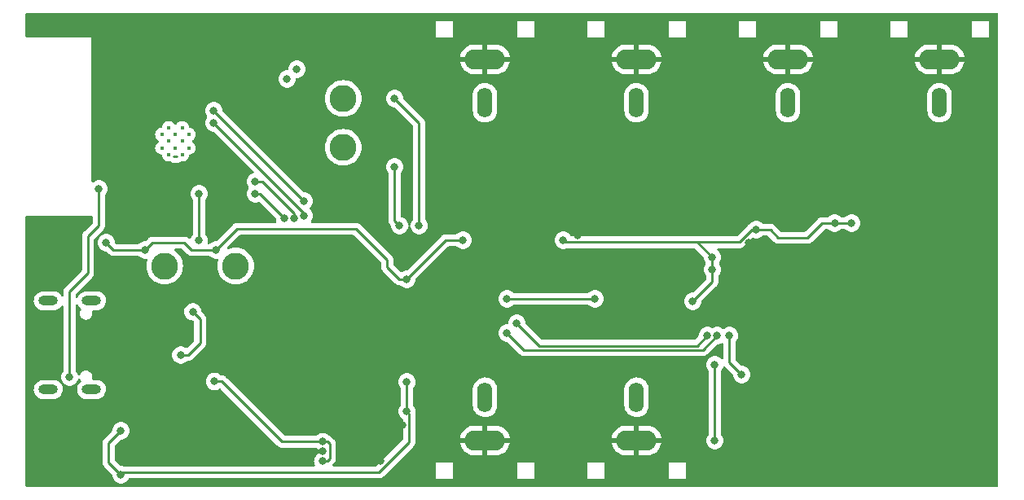
<source format=gbl>
G04 #@! TF.GenerationSoftware,KiCad,Pcbnew,7.0.2*
G04 #@! TF.CreationDate,2023-07-04T15:02:42+02:00*
G04 #@! TF.ProjectId,espboard,65737062-6f61-4726-942e-6b696361645f,rev?*
G04 #@! TF.SameCoordinates,Original*
G04 #@! TF.FileFunction,Copper,L2,Bot*
G04 #@! TF.FilePolarity,Positive*
%FSLAX46Y46*%
G04 Gerber Fmt 4.6, Leading zero omitted, Abs format (unit mm)*
G04 Created by KiCad (PCBNEW 7.0.2) date 2023-07-04 15:02:42*
%MOMM*%
%LPD*%
G01*
G04 APERTURE LIST*
G04 #@! TA.AperFunction,ComponentPad*
%ADD10O,4.200000X2.100000*%
G04 #@! TD*
G04 #@! TA.AperFunction,ComponentPad*
%ADD11O,1.550000X3.100000*%
G04 #@! TD*
G04 #@! TA.AperFunction,ComponentPad*
%ADD12C,2.800000*%
G04 #@! TD*
G04 #@! TA.AperFunction,ComponentPad*
%ADD13O,2.000000X1.000000*%
G04 #@! TD*
G04 #@! TA.AperFunction,ComponentPad*
%ADD14C,0.400000*%
G04 #@! TD*
G04 #@! TA.AperFunction,ViaPad*
%ADD15C,0.800000*%
G04 #@! TD*
G04 #@! TA.AperFunction,Conductor*
%ADD16C,0.250000*%
G04 #@! TD*
G04 APERTURE END LIST*
D10*
G04 #@! TO.P,J3,1*
G04 #@! TO.N,GND*
X134366000Y-103886000D03*
D11*
G04 #@! TO.P,J3,2*
G04 #@! TO.N,Net-(C17-Pad2)*
X134366000Y-99386000D03*
G04 #@! TD*
D10*
G04 #@! TO.P,J2,1*
G04 #@! TO.N,GND*
X118618000Y-103886000D03*
D11*
G04 #@! TO.P,J2,2*
G04 #@! TO.N,Net-(C16-Pad2)*
X118618000Y-99386000D03*
G04 #@! TD*
D12*
G04 #@! TO.P,TP4,1,1*
G04 #@! TO.N,I2C1_SCL*
X85320000Y-85740000D03*
G04 #@! TD*
D13*
G04 #@! TO.P,J1,S1,SHIELD*
G04 #@! TO.N,Net-(J1-SHIELD-PadS1)*
X73220000Y-89370000D03*
G04 #@! TO.P,J1,S2,SHIELD*
X73220000Y-98590000D03*
G04 #@! TO.P,J1,S3,SHIELD*
X77720000Y-89370000D03*
G04 #@! TO.P,J1,S4,SHIELD*
X77720000Y-98590000D03*
G04 #@! TD*
D14*
G04 #@! TO.P,U5,41_10*
G04 #@! TO.N,N/C*
X85740000Y-72768000D03*
G04 #@! TO.P,U5,41_11*
X85740000Y-74168000D03*
G04 #@! TO.P,U5,41_12*
X85740000Y-71368000D03*
G04 #@! TO.P,U5,41_13*
X87140000Y-74168000D03*
G04 #@! TO.P,U5,41_14*
X87140000Y-72768000D03*
G04 #@! TO.P,U5,41_15*
X87140000Y-71368000D03*
G04 #@! TO.P,U5,41_16*
X85040000Y-73468000D03*
G04 #@! TO.P,U5,41_17*
X85040000Y-72068000D03*
G04 #@! TO.P,U5,41_18*
X86440000Y-73468000D03*
G04 #@! TO.P,U5,41_19*
X86440000Y-72068000D03*
G04 #@! TO.P,U5,41_20*
X87840000Y-73468000D03*
G04 #@! TO.P,U5,41_21*
X87840000Y-72068000D03*
G04 #@! TD*
D10*
G04 #@! TO.P,J7,1*
G04 #@! TO.N,GND*
X165862000Y-64262000D03*
D11*
G04 #@! TO.P,J7,2*
G04 #@! TO.N,Net-(C35-Pad1)*
X165862000Y-68762000D03*
G04 #@! TD*
D12*
G04 #@! TO.P,TP2,1,1*
G04 #@! TO.N,I2C0_SCL*
X103886000Y-73406000D03*
G04 #@! TD*
G04 #@! TO.P,TP3,1,1*
G04 #@! TO.N,I2C0_SDA*
X103886000Y-68326000D03*
G04 #@! TD*
D10*
G04 #@! TO.P,J6,1*
G04 #@! TO.N,GND*
X150114000Y-64262000D03*
D11*
G04 #@! TO.P,J6,2*
G04 #@! TO.N,Net-(C34-Pad1)*
X150114000Y-68762000D03*
G04 #@! TD*
D10*
G04 #@! TO.P,J4,1*
G04 #@! TO.N,GND*
X118618000Y-64262000D03*
D11*
G04 #@! TO.P,J4,2*
G04 #@! TO.N,Net-(C24-Pad1)*
X118618000Y-68762000D03*
G04 #@! TD*
D10*
G04 #@! TO.P,J5,1*
G04 #@! TO.N,GND*
X134366000Y-64262000D03*
D11*
G04 #@! TO.P,J5,2*
G04 #@! TO.N,Net-(C25-Pad1)*
X134366000Y-68762000D03*
G04 #@! TD*
D12*
G04 #@! TO.P,TP5,1,1*
G04 #@! TO.N,I2C1_SDA*
X92710000Y-85740000D03*
G04 #@! TD*
D15*
G04 #@! TO.N,+3.3V*
X140208000Y-89408000D03*
X142240000Y-84836000D03*
X110490000Y-97790000D03*
X80772000Y-107442000D03*
X110490000Y-100838000D03*
X99060000Y-65278000D03*
X142494000Y-96012000D03*
X83312000Y-84074000D03*
X80772000Y-102870000D03*
X126746000Y-83058000D03*
X146812000Y-81967500D03*
X110490000Y-87122000D03*
X90678000Y-84074000D03*
X142240000Y-86106000D03*
X79248000Y-83312000D03*
X98044000Y-66294000D03*
X142494000Y-103886000D03*
X156718000Y-81280000D03*
X116332000Y-83058000D03*
X154953000Y-81280000D03*
G04 #@! TO.N,Net-(C2-Pad1)*
X145288000Y-97028000D03*
X144018000Y-92964000D03*
G04 #@! TO.N,I2C0_SCL*
X109220000Y-75438000D03*
X120904000Y-92710000D03*
X109728000Y-81534000D03*
X142748000Y-92964000D03*
G04 #@! TO.N,I2C0_SDA*
X111760000Y-81534000D03*
X141732000Y-92964000D03*
X109220000Y-68326000D03*
X121920000Y-91694000D03*
G04 #@! TO.N,GND*
X78740000Y-64770000D03*
X71882000Y-84582000D03*
X83750000Y-92500000D03*
X125476000Y-87376000D03*
X94250000Y-90750000D03*
X146050000Y-83312000D03*
X82250000Y-105250000D03*
X167132000Y-74676000D03*
X148082000Y-79502000D03*
X158242000Y-78994000D03*
X158242000Y-77724000D03*
X132588000Y-89916000D03*
X156718000Y-85344000D03*
X79300000Y-103000000D03*
X101750000Y-105000000D03*
X87750000Y-92500000D03*
X149627734Y-81816102D03*
X146004500Y-88138000D03*
X132588000Y-88900000D03*
X74930000Y-83820000D03*
X162052000Y-80518000D03*
X79750000Y-98250000D03*
X107750000Y-106000000D03*
X148082000Y-80518000D03*
X150622000Y-95758000D03*
X110000000Y-102250000D03*
X141224000Y-97028000D03*
X128270000Y-82550000D03*
X82735088Y-86105700D03*
X160528000Y-88392000D03*
X82250000Y-101250000D03*
X119888000Y-74676000D03*
X86000000Y-97500000D03*
X151130000Y-87159500D03*
X150368000Y-83820000D03*
X93000000Y-92500000D03*
X80264000Y-88900000D03*
X92750000Y-96250000D03*
X146004500Y-89916000D03*
X151384000Y-74676000D03*
X140637000Y-80264000D03*
X129794000Y-81788000D03*
X160528000Y-92456000D03*
X141224000Y-98552000D03*
X150622000Y-94488000D03*
X80750000Y-93500000D03*
X142188000Y-89662000D03*
X105750000Y-102250000D03*
X79300000Y-107500000D03*
X80518000Y-77724000D03*
X132588000Y-87884000D03*
X129794000Y-80518000D03*
X135636000Y-74676000D03*
X125222000Y-85344000D03*
G04 #@! TO.N,BOOT*
X78486000Y-77724000D03*
X75438000Y-97282000D03*
G04 #@! TO.N,VBUS*
X101750000Y-104000000D03*
X90500000Y-97750000D03*
X101750000Y-106000000D03*
X87000000Y-95000000D03*
X88250000Y-90500000D03*
G04 #@! TO.N,ADA_reset*
X120904000Y-89154000D03*
X130048000Y-89154000D03*
G04 #@! TO.N,UART1_RX*
X98806000Y-80772000D03*
X94742000Y-76962000D03*
G04 #@! TO.N,UART1_TX*
X97790000Y-80772000D03*
X94742000Y-78232000D03*
G04 #@! TO.N,UART0_TX*
X90424000Y-69596000D03*
X99822000Y-78994000D03*
G04 #@! TO.N,UART0_RX*
X90424000Y-70866000D03*
X99822000Y-80518000D03*
G04 #@! TO.N,Net-(U5-IO14)*
X88900000Y-78232000D03*
X88900000Y-83058000D03*
G04 #@! TD*
D16*
G04 #@! TO.N,+3.3V*
X142240000Y-86106000D02*
X142240000Y-84836000D01*
X154953000Y-81280000D02*
X156718000Y-81280000D01*
X108458000Y-85090000D02*
X108458000Y-85852000D01*
X108428098Y-85090000D02*
X108458000Y-85090000D01*
X110490000Y-100838000D02*
X110725000Y-101073000D01*
X110744000Y-104031305D02*
X107587305Y-107188000D01*
X114554000Y-83058000D02*
X116332000Y-83058000D01*
X110725000Y-101073000D02*
X110725000Y-103359000D01*
X87376000Y-83312000D02*
X88138000Y-84074000D01*
X110490000Y-87122000D02*
X114554000Y-83058000D01*
X145061695Y-83275000D02*
X146369195Y-81967500D01*
X146812000Y-81967500D02*
X148261500Y-81967500D01*
X110490000Y-100838000D02*
X110490000Y-97790000D01*
X108458000Y-85852000D02*
X109728000Y-87122000D01*
X92877000Y-81875000D02*
X105213098Y-81875000D01*
X136398000Y-83275000D02*
X145061695Y-83275000D01*
X140208000Y-89408000D02*
X142240000Y-87376000D01*
X126746000Y-83058000D02*
X126963000Y-83275000D01*
X153670000Y-81280000D02*
X154953000Y-81280000D01*
X146369195Y-81967500D02*
X146812000Y-81967500D01*
X152146000Y-82804000D02*
X153670000Y-81280000D01*
X148261500Y-81967500D02*
X149098000Y-82804000D01*
X109728000Y-87122000D02*
X110490000Y-87122000D01*
X92877000Y-81875000D02*
X90678000Y-84074000D01*
X88138000Y-84074000D02*
X90678000Y-84074000D01*
X81026000Y-107188000D02*
X80772000Y-107442000D01*
X84074000Y-83312000D02*
X87376000Y-83312000D01*
X140679000Y-83275000D02*
X142240000Y-84836000D01*
X80772000Y-107442000D02*
X79502000Y-106172000D01*
X83312000Y-84074000D02*
X80010000Y-84074000D01*
X107587305Y-107188000D02*
X81026000Y-107188000D01*
X105213098Y-81875000D02*
X108428098Y-85090000D01*
X80010000Y-84074000D02*
X79248000Y-83312000D01*
X110725000Y-103359000D02*
X110744000Y-103378000D01*
X142494000Y-103886000D02*
X142494000Y-96012000D01*
X136398000Y-83275000D02*
X140679000Y-83275000D01*
X79502000Y-104140000D02*
X80772000Y-102870000D01*
X126963000Y-83275000D02*
X136398000Y-83275000D01*
X110744000Y-103378000D02*
X110744000Y-104031305D01*
X149098000Y-82804000D02*
X152146000Y-82804000D01*
X79502000Y-106172000D02*
X79502000Y-104140000D01*
X83312000Y-84074000D02*
X84074000Y-83312000D01*
X142240000Y-87376000D02*
X142240000Y-86106000D01*
G04 #@! TO.N,Net-(C2-Pad1)*
X144018000Y-92964000D02*
X144018000Y-95758000D01*
X144018000Y-95758000D02*
X145288000Y-97028000D01*
G04 #@! TO.N,I2C0_SCL*
X109220000Y-75946000D02*
X109220000Y-75438000D01*
X142748000Y-92964000D02*
X142748000Y-92973305D01*
X109728000Y-81534000D02*
X109220000Y-81026000D01*
X142748000Y-92973305D02*
X141233305Y-94488000D01*
X141233305Y-94488000D02*
X122682000Y-94488000D01*
X122682000Y-94488000D02*
X120904000Y-92710000D01*
X109220000Y-81026000D02*
X109220000Y-75946000D01*
G04 #@! TO.N,I2C0_SDA*
X140658000Y-94038000D02*
X124264000Y-94038000D01*
X111760000Y-70866000D02*
X109220000Y-68326000D01*
X141732000Y-92964000D02*
X140658000Y-94038000D01*
X124264000Y-94038000D02*
X121920000Y-91694000D01*
X111760000Y-81534000D02*
X111760000Y-70866000D01*
G04 #@! TO.N,BOOT*
X86615000Y-74385463D02*
X86265000Y-74385463D01*
X77355000Y-82665000D02*
X78486000Y-81534000D01*
X75438000Y-97282000D02*
X75438000Y-88392000D01*
X75438000Y-88392000D02*
X77355000Y-86475000D01*
X78486000Y-81534000D02*
X78486000Y-77724000D01*
X77355000Y-86475000D02*
X77355000Y-82665000D01*
G04 #@! TO.N,VBUS*
X90500000Y-97750000D02*
X91250000Y-97750000D01*
X102250000Y-106000000D02*
X101750000Y-106000000D01*
X87750000Y-95000000D02*
X87000000Y-95000000D01*
X102500000Y-105750000D02*
X102250000Y-106000000D01*
X89000000Y-93750000D02*
X87750000Y-95000000D01*
X89000000Y-91250000D02*
X89000000Y-93750000D01*
X102250000Y-104000000D02*
X102500000Y-104250000D01*
X88250000Y-90500000D02*
X89000000Y-91250000D01*
X101750000Y-104000000D02*
X102250000Y-104000000D01*
X91250000Y-97750000D02*
X97500000Y-104000000D01*
X102500000Y-104250000D02*
X102500000Y-105750000D01*
X97500000Y-104000000D02*
X101750000Y-104000000D01*
G04 #@! TO.N,ADA_reset*
X120904000Y-89154000D02*
X130048000Y-89154000D01*
G04 #@! TO.N,UART1_RX*
X95504000Y-76962000D02*
X94742000Y-76962000D01*
X98806000Y-80264000D02*
X95504000Y-76962000D01*
X98806000Y-80762695D02*
X98806000Y-80264000D01*
X98806000Y-80772000D02*
X98806000Y-80762695D01*
G04 #@! TO.N,UART1_TX*
X97790000Y-80772000D02*
X95250000Y-78232000D01*
X95250000Y-78232000D02*
X94742000Y-78232000D01*
G04 #@! TO.N,UART0_TX*
X99822000Y-78994000D02*
X90424000Y-69596000D01*
G04 #@! TO.N,UART0_RX*
X99822000Y-80264000D02*
X90424000Y-70866000D01*
X99822000Y-80518000D02*
X99822000Y-80264000D01*
G04 #@! TO.N,Net-(U5-IO14)*
X88900000Y-83058000D02*
X88900000Y-78232000D01*
G04 #@! TD*
G04 #@! TA.AperFunction,Conductor*
G04 #@! TO.N,GND*
G36*
X171900539Y-59456185D02*
G01*
X171946294Y-59508989D01*
X171957500Y-59560500D01*
X171957500Y-108587500D01*
X171937815Y-108654539D01*
X171885011Y-108700294D01*
X171833500Y-108711500D01*
X70990500Y-108711500D01*
X70923461Y-108691815D01*
X70877706Y-108639011D01*
X70866500Y-108587500D01*
X70866500Y-104120194D01*
X78871840Y-104120194D01*
X78875950Y-104163673D01*
X78876500Y-104175343D01*
X78876500Y-106089256D01*
X78874235Y-106109766D01*
X78876439Y-106179872D01*
X78876500Y-106183767D01*
X78876500Y-106211350D01*
X78876988Y-106215219D01*
X78876989Y-106215225D01*
X78877004Y-106215343D01*
X78877918Y-106226967D01*
X78879290Y-106270626D01*
X78884879Y-106289860D01*
X78888825Y-106308916D01*
X78891335Y-106328792D01*
X78907414Y-106369404D01*
X78911197Y-106380451D01*
X78923382Y-106422391D01*
X78933580Y-106439635D01*
X78942136Y-106457100D01*
X78949514Y-106475732D01*
X78949515Y-106475733D01*
X78975180Y-106511059D01*
X78981593Y-106520822D01*
X79003826Y-106558416D01*
X79003829Y-106558419D01*
X79003830Y-106558420D01*
X79017995Y-106572585D01*
X79030627Y-106587375D01*
X79042406Y-106603587D01*
X79076058Y-106631426D01*
X79084699Y-106639289D01*
X79833038Y-107387629D01*
X79866523Y-107448952D01*
X79868678Y-107462348D01*
X79886326Y-107630257D01*
X79944820Y-107810284D01*
X80039466Y-107974216D01*
X80166129Y-108114889D01*
X80319269Y-108226151D01*
X80492197Y-108303144D01*
X80677352Y-108342500D01*
X80677354Y-108342500D01*
X80866648Y-108342500D01*
X80990084Y-108316262D01*
X81051803Y-108303144D01*
X81224730Y-108226151D01*
X81377871Y-108114888D01*
X81504533Y-107974216D01*
X81555153Y-107886540D01*
X81561527Y-107875500D01*
X81575802Y-107861889D01*
X113467416Y-107861889D01*
X113467459Y-107886000D01*
X113467501Y-107886101D01*
X113467616Y-107886382D01*
X113467618Y-107886384D01*
X113467808Y-107886462D01*
X113468000Y-107886541D01*
X113468002Y-107886539D01*
X113492616Y-107886524D01*
X113492616Y-107886528D01*
X113492760Y-107886500D01*
X115243240Y-107886500D01*
X115243383Y-107886528D01*
X115243384Y-107886524D01*
X115267997Y-107886539D01*
X115268000Y-107886541D01*
X115268383Y-107886383D01*
X115268500Y-107886099D01*
X115268541Y-107886000D01*
X115268540Y-107885997D01*
X115268583Y-107861889D01*
X121967416Y-107861889D01*
X121967459Y-107886000D01*
X121967501Y-107886101D01*
X121967616Y-107886382D01*
X121967618Y-107886384D01*
X121967808Y-107886462D01*
X121968000Y-107886541D01*
X121968002Y-107886539D01*
X121992616Y-107886524D01*
X121992616Y-107886528D01*
X121992760Y-107886500D01*
X123743240Y-107886500D01*
X123743383Y-107886528D01*
X123743384Y-107886524D01*
X123767997Y-107886539D01*
X123768000Y-107886541D01*
X123768383Y-107886383D01*
X123768500Y-107886099D01*
X123768541Y-107886000D01*
X123768540Y-107885997D01*
X123768583Y-107861889D01*
X129215416Y-107861889D01*
X129215459Y-107886000D01*
X129215501Y-107886101D01*
X129215616Y-107886382D01*
X129215618Y-107886384D01*
X129215808Y-107886462D01*
X129216000Y-107886541D01*
X129216002Y-107886539D01*
X129240616Y-107886524D01*
X129240616Y-107886528D01*
X129240760Y-107886500D01*
X130991240Y-107886500D01*
X130991383Y-107886528D01*
X130991384Y-107886524D01*
X131015997Y-107886539D01*
X131016000Y-107886541D01*
X131016383Y-107886383D01*
X131016500Y-107886099D01*
X131016541Y-107886000D01*
X131016540Y-107885997D01*
X131016583Y-107861889D01*
X137715416Y-107861889D01*
X137715459Y-107886000D01*
X137715501Y-107886101D01*
X137715616Y-107886382D01*
X137715618Y-107886384D01*
X137715808Y-107886462D01*
X137716000Y-107886541D01*
X137716002Y-107886539D01*
X137740616Y-107886524D01*
X137740616Y-107886528D01*
X137740760Y-107886500D01*
X139491240Y-107886500D01*
X139491383Y-107886528D01*
X139491384Y-107886524D01*
X139515997Y-107886539D01*
X139516000Y-107886541D01*
X139516383Y-107886383D01*
X139516500Y-107886099D01*
X139516541Y-107886000D01*
X139516540Y-107885997D01*
X139516583Y-107861889D01*
X139516500Y-107861467D01*
X139516500Y-106210759D01*
X139516528Y-106210616D01*
X139516524Y-106210616D01*
X139516539Y-106186002D01*
X139516541Y-106186000D01*
X139516462Y-106185808D01*
X139516384Y-106185618D01*
X139516383Y-106185617D01*
X139516379Y-106185615D01*
X139516097Y-106185499D01*
X139516000Y-106185459D01*
X139491446Y-106185459D01*
X139491240Y-106185500D01*
X137740760Y-106185500D01*
X137740554Y-106185459D01*
X137715999Y-106185459D01*
X137715900Y-106185500D01*
X137715618Y-106185615D01*
X137715615Y-106185618D01*
X137715459Y-106185999D01*
X137715476Y-106210616D01*
X137715471Y-106210616D01*
X137715500Y-106210759D01*
X137715500Y-107861467D01*
X137715416Y-107861889D01*
X131016583Y-107861889D01*
X131016500Y-107861467D01*
X131016500Y-106210759D01*
X131016528Y-106210616D01*
X131016524Y-106210616D01*
X131016539Y-106186002D01*
X131016541Y-106186000D01*
X131016462Y-106185808D01*
X131016384Y-106185618D01*
X131016383Y-106185617D01*
X131016379Y-106185615D01*
X131016097Y-106185499D01*
X131016000Y-106185459D01*
X130991446Y-106185459D01*
X130991240Y-106185500D01*
X129240760Y-106185500D01*
X129240554Y-106185459D01*
X129215999Y-106185459D01*
X129215900Y-106185500D01*
X129215618Y-106185615D01*
X129215615Y-106185618D01*
X129215459Y-106185999D01*
X129215476Y-106210616D01*
X129215471Y-106210616D01*
X129215500Y-106210759D01*
X129215500Y-107861467D01*
X129215416Y-107861889D01*
X123768583Y-107861889D01*
X123768500Y-107861467D01*
X123768500Y-106210759D01*
X123768528Y-106210616D01*
X123768524Y-106210616D01*
X123768539Y-106186002D01*
X123768541Y-106186000D01*
X123768462Y-106185808D01*
X123768384Y-106185618D01*
X123768383Y-106185617D01*
X123768379Y-106185615D01*
X123768097Y-106185499D01*
X123768000Y-106185459D01*
X123743446Y-106185459D01*
X123743240Y-106185500D01*
X121992760Y-106185500D01*
X121992554Y-106185459D01*
X121967999Y-106185459D01*
X121967900Y-106185500D01*
X121967618Y-106185615D01*
X121967615Y-106185618D01*
X121967459Y-106185999D01*
X121967476Y-106210616D01*
X121967471Y-106210616D01*
X121967500Y-106210759D01*
X121967500Y-107861467D01*
X121967416Y-107861889D01*
X115268583Y-107861889D01*
X115268500Y-107861467D01*
X115268500Y-106210759D01*
X115268528Y-106210616D01*
X115268524Y-106210616D01*
X115268539Y-106186002D01*
X115268541Y-106186000D01*
X115268462Y-106185808D01*
X115268384Y-106185618D01*
X115268383Y-106185617D01*
X115268379Y-106185615D01*
X115268097Y-106185499D01*
X115268000Y-106185459D01*
X115243446Y-106185459D01*
X115243240Y-106185500D01*
X113492760Y-106185500D01*
X113492554Y-106185459D01*
X113467999Y-106185459D01*
X113467900Y-106185500D01*
X113467618Y-106185615D01*
X113467615Y-106185618D01*
X113467459Y-106185999D01*
X113467476Y-106210616D01*
X113467471Y-106210616D01*
X113467500Y-106210759D01*
X113467500Y-107861467D01*
X113467416Y-107861889D01*
X81575802Y-107861889D01*
X81612094Y-107827285D01*
X81668914Y-107813500D01*
X107504561Y-107813500D01*
X107525067Y-107815764D01*
X107527970Y-107815672D01*
X107527972Y-107815673D01*
X107595177Y-107813561D01*
X107599073Y-107813500D01*
X107622753Y-107813500D01*
X107626655Y-107813500D01*
X107630618Y-107812999D01*
X107642267Y-107812080D01*
X107685932Y-107810709D01*
X107705164Y-107805120D01*
X107724223Y-107801174D01*
X107730501Y-107800381D01*
X107744097Y-107798664D01*
X107784712Y-107782582D01*
X107795749Y-107778803D01*
X107837695Y-107766618D01*
X107854934Y-107756422D01*
X107872407Y-107747862D01*
X107891037Y-107740486D01*
X107926369Y-107714814D01*
X107936135Y-107708400D01*
X107973723Y-107686171D01*
X107973722Y-107686171D01*
X107973725Y-107686170D01*
X107987890Y-107672004D01*
X108002678Y-107659373D01*
X108018892Y-107647594D01*
X108046743Y-107613926D01*
X108054584Y-107605309D01*
X111127789Y-104532105D01*
X111143885Y-104519211D01*
X111145873Y-104517092D01*
X111145877Y-104517091D01*
X111191949Y-104468028D01*
X111194534Y-104465360D01*
X111214120Y-104445776D01*
X111216585Y-104442597D01*
X111224167Y-104433721D01*
X111254062Y-104401887D01*
X111263712Y-104384332D01*
X111274400Y-104368062D01*
X111277865Y-104363595D01*
X111286673Y-104352241D01*
X111304026Y-104312137D01*
X111309157Y-104301667D01*
X111330197Y-104263397D01*
X111335175Y-104244004D01*
X111341481Y-104225587D01*
X111347945Y-104210650D01*
X111349438Y-104207201D01*
X111356272Y-104164050D01*
X111358635Y-104152636D01*
X111362907Y-104136000D01*
X116036970Y-104136000D01*
X116044383Y-104197050D01*
X116114010Y-104437426D01*
X116221291Y-104663520D01*
X116363456Y-104869479D01*
X116536815Y-105049965D01*
X116736884Y-105200308D01*
X116958472Y-105316607D01*
X117195856Y-105395857D01*
X117442870Y-105436000D01*
X118368000Y-105436000D01*
X118368000Y-104536000D01*
X118868000Y-104536000D01*
X118868000Y-105436000D01*
X119727985Y-105436000D01*
X119732945Y-105435800D01*
X119917445Y-105420905D01*
X120160435Y-105361013D01*
X120390664Y-105262922D01*
X120602179Y-105129167D01*
X120789500Y-104963216D01*
X120947774Y-104769365D01*
X121072903Y-104552635D01*
X121161647Y-104318639D01*
X121198933Y-104136000D01*
X131784970Y-104136000D01*
X131792383Y-104197050D01*
X131862010Y-104437426D01*
X131969291Y-104663520D01*
X132111456Y-104869479D01*
X132284815Y-105049965D01*
X132484884Y-105200308D01*
X132706472Y-105316607D01*
X132943856Y-105395857D01*
X133190870Y-105436000D01*
X134115999Y-105436000D01*
X134116000Y-104536000D01*
X134616000Y-104536000D01*
X134616000Y-105436000D01*
X135475985Y-105436000D01*
X135480945Y-105435800D01*
X135665445Y-105420905D01*
X135908435Y-105361013D01*
X136138664Y-105262922D01*
X136350179Y-105129167D01*
X136537500Y-104963216D01*
X136695774Y-104769365D01*
X136820903Y-104552635D01*
X136909647Y-104318639D01*
X136946933Y-104136000D01*
X136016728Y-104136000D01*
X136039100Y-104088457D01*
X136069873Y-103927138D01*
X136059561Y-103763234D01*
X136018220Y-103636000D01*
X136947030Y-103636000D01*
X136939616Y-103574949D01*
X136869989Y-103334573D01*
X136762708Y-103108479D01*
X136620543Y-102902520D01*
X136447184Y-102722034D01*
X136247115Y-102571691D01*
X136025527Y-102455392D01*
X135788143Y-102376142D01*
X135541130Y-102336000D01*
X134616000Y-102336000D01*
X134616000Y-103236000D01*
X134115999Y-103236000D01*
X134116000Y-102336000D01*
X133256015Y-102336000D01*
X133251054Y-102336199D01*
X133066554Y-102351094D01*
X132823564Y-102410986D01*
X132593335Y-102509077D01*
X132381820Y-102642832D01*
X132194499Y-102808783D01*
X132036225Y-103002634D01*
X131911096Y-103219364D01*
X131822352Y-103453360D01*
X131785067Y-103636000D01*
X132715272Y-103636000D01*
X132692900Y-103683543D01*
X132662127Y-103844862D01*
X132672439Y-104008766D01*
X132713780Y-104136000D01*
X131784970Y-104136000D01*
X121198933Y-104136000D01*
X120268728Y-104136000D01*
X120291100Y-104088457D01*
X120321873Y-103927138D01*
X120311561Y-103763234D01*
X120270220Y-103636000D01*
X121199030Y-103636000D01*
X121191616Y-103574949D01*
X121121989Y-103334573D01*
X121014708Y-103108479D01*
X120872543Y-102902520D01*
X120699184Y-102722034D01*
X120499115Y-102571691D01*
X120277527Y-102455392D01*
X120040143Y-102376142D01*
X119793130Y-102336000D01*
X118868000Y-102336000D01*
X118868000Y-103236000D01*
X118368000Y-103236000D01*
X118368000Y-102336000D01*
X117508015Y-102336000D01*
X117503054Y-102336199D01*
X117318554Y-102351094D01*
X117075564Y-102410986D01*
X116845335Y-102509077D01*
X116633820Y-102642832D01*
X116446499Y-102808783D01*
X116288225Y-103002634D01*
X116163096Y-103219364D01*
X116074352Y-103453360D01*
X116037067Y-103636000D01*
X116967272Y-103636000D01*
X116944900Y-103683543D01*
X116914127Y-103844862D01*
X116924439Y-104008766D01*
X116965780Y-104136000D01*
X116036970Y-104136000D01*
X111362907Y-104136000D01*
X111369500Y-104110324D01*
X111369500Y-104090288D01*
X111371027Y-104070889D01*
X111372596Y-104060981D01*
X111374160Y-104051109D01*
X111370050Y-104007629D01*
X111369500Y-103995960D01*
X111369500Y-103460740D01*
X111371763Y-103440239D01*
X111371593Y-103434841D01*
X111369561Y-103370144D01*
X111369500Y-103366250D01*
X111369500Y-103342544D01*
X111369500Y-103338650D01*
X111368998Y-103334681D01*
X111368080Y-103323024D01*
X111367730Y-103311874D01*
X111366709Y-103279373D01*
X111361120Y-103260140D01*
X111357174Y-103241083D01*
X111354664Y-103221208D01*
X111354663Y-103221207D01*
X111352701Y-103205666D01*
X111354023Y-103205499D01*
X111350499Y-103187042D01*
X111350499Y-101155743D01*
X111352763Y-101135245D01*
X111352671Y-101132334D01*
X111352672Y-101132332D01*
X111352340Y-101121787D01*
X111358347Y-101079581D01*
X111375674Y-101026256D01*
X111395460Y-100838000D01*
X111375674Y-100649744D01*
X111317179Y-100469716D01*
X111317179Y-100469715D01*
X111222533Y-100305783D01*
X111147350Y-100222284D01*
X111145432Y-100218287D01*
X117342500Y-100218287D01*
X117342747Y-100221036D01*
X117342748Y-100221048D01*
X117357925Y-100389674D01*
X117419004Y-100610989D01*
X117518619Y-100817845D01*
X117533263Y-100838000D01*
X117653575Y-101003593D01*
X117677278Y-101026255D01*
X117819523Y-101162257D01*
X117886222Y-101206284D01*
X118011137Y-101288740D01*
X118127789Y-101338599D01*
X118222253Y-101378975D01*
X118222254Y-101378975D01*
X118222256Y-101378976D01*
X118446093Y-101430066D01*
X118657299Y-101439550D01*
X118675454Y-101440366D01*
X118675454Y-101440365D01*
X118675456Y-101440366D01*
X118902973Y-101409547D01*
X119121330Y-101338599D01*
X119323510Y-101229801D01*
X119503014Y-101086652D01*
X119654072Y-100913751D01*
X119771831Y-100716656D01*
X119852505Y-100501702D01*
X119893500Y-100275797D01*
X119893500Y-100218287D01*
X133090500Y-100218287D01*
X133090747Y-100221036D01*
X133090748Y-100221048D01*
X133105925Y-100389674D01*
X133167004Y-100610989D01*
X133266619Y-100817845D01*
X133281263Y-100838000D01*
X133401575Y-101003593D01*
X133425278Y-101026255D01*
X133567523Y-101162257D01*
X133634222Y-101206284D01*
X133759137Y-101288740D01*
X133875789Y-101338599D01*
X133970253Y-101378975D01*
X133970254Y-101378975D01*
X133970256Y-101378976D01*
X134194093Y-101430066D01*
X134405299Y-101439550D01*
X134423454Y-101440366D01*
X134423454Y-101440365D01*
X134423456Y-101440366D01*
X134650973Y-101409547D01*
X134869330Y-101338599D01*
X135071510Y-101229801D01*
X135251014Y-101086652D01*
X135402072Y-100913751D01*
X135519831Y-100716656D01*
X135600505Y-100501702D01*
X135620836Y-100389670D01*
X135641500Y-100275799D01*
X135641500Y-98556489D01*
X135641500Y-98553713D01*
X135626075Y-98382330D01*
X135598445Y-98282216D01*
X135564995Y-98161010D01*
X135465380Y-97954154D01*
X135423952Y-97897135D01*
X135330425Y-97768407D01*
X135223150Y-97665841D01*
X135164476Y-97609742D01*
X134972861Y-97483259D01*
X134761746Y-97393024D01*
X134601855Y-97356530D01*
X134537907Y-97341934D01*
X134519750Y-97341118D01*
X134308545Y-97331633D01*
X134081025Y-97362453D01*
X133862671Y-97433400D01*
X133660486Y-97542201D01*
X133480987Y-97685346D01*
X133329930Y-97858245D01*
X133212167Y-98055346D01*
X133131493Y-98270300D01*
X133090500Y-98496200D01*
X133090500Y-98496202D01*
X133090500Y-98496203D01*
X133090500Y-100218287D01*
X119893500Y-100218287D01*
X119893500Y-98553713D01*
X119878075Y-98382330D01*
X119850445Y-98282216D01*
X119816995Y-98161010D01*
X119717380Y-97954154D01*
X119675952Y-97897135D01*
X119582425Y-97768407D01*
X119475150Y-97665841D01*
X119416476Y-97609742D01*
X119224861Y-97483259D01*
X119013746Y-97393024D01*
X118853855Y-97356530D01*
X118789907Y-97341934D01*
X118771750Y-97341118D01*
X118560545Y-97331633D01*
X118333025Y-97362453D01*
X118114671Y-97433400D01*
X117912486Y-97542201D01*
X117732987Y-97685346D01*
X117581930Y-97858245D01*
X117464167Y-98055346D01*
X117383493Y-98270300D01*
X117342500Y-98496200D01*
X117342500Y-98496203D01*
X117342500Y-100218287D01*
X111145432Y-100218287D01*
X111117120Y-100159293D01*
X111115500Y-100139312D01*
X111115500Y-98488687D01*
X111135185Y-98421648D01*
X111147350Y-98405714D01*
X111222533Y-98322216D01*
X111269580Y-98240729D01*
X111317179Y-98158284D01*
X111347115Y-98066151D01*
X111375674Y-97978256D01*
X111395460Y-97790000D01*
X111375674Y-97601744D01*
X111332951Y-97470256D01*
X111317179Y-97421715D01*
X111222533Y-97257783D01*
X111095870Y-97117110D01*
X110942730Y-97005848D01*
X110769802Y-96928855D01*
X110584648Y-96889500D01*
X110584646Y-96889500D01*
X110395354Y-96889500D01*
X110395352Y-96889500D01*
X110210197Y-96928855D01*
X110037269Y-97005848D01*
X109884129Y-97117110D01*
X109757466Y-97257783D01*
X109662820Y-97421715D01*
X109604326Y-97601742D01*
X109584540Y-97790000D01*
X109604326Y-97978257D01*
X109662820Y-98158284D01*
X109757464Y-98322213D01*
X109757467Y-98322216D01*
X109811594Y-98382330D01*
X109832650Y-98405714D01*
X109862880Y-98468706D01*
X109864500Y-98488687D01*
X109864500Y-100139312D01*
X109844815Y-100206351D01*
X109832650Y-100222284D01*
X109757466Y-100305783D01*
X109662820Y-100469715D01*
X109604326Y-100649742D01*
X109584540Y-100838000D01*
X109604326Y-101026257D01*
X109662820Y-101206284D01*
X109757466Y-101370216D01*
X109884129Y-101510889D01*
X110047814Y-101629812D01*
X110045167Y-101633455D01*
X110079150Y-101662320D01*
X110099494Y-101729163D01*
X110099500Y-101730384D01*
X110099500Y-103276256D01*
X110097235Y-103296766D01*
X110099439Y-103366872D01*
X110099500Y-103370767D01*
X110099500Y-103398350D01*
X110099988Y-103402216D01*
X110099989Y-103402225D01*
X110100004Y-103402343D01*
X110100918Y-103413967D01*
X110102290Y-103457626D01*
X110103195Y-103460740D01*
X110107508Y-103475585D01*
X110107879Y-103476860D01*
X110111825Y-103495916D01*
X110116299Y-103531333D01*
X110114977Y-103531499D01*
X110118500Y-103549962D01*
X110118500Y-103720852D01*
X110098815Y-103787891D01*
X110082181Y-103808533D01*
X107364533Y-106526181D01*
X107303210Y-106559666D01*
X107276852Y-106562500D01*
X102871451Y-106562500D01*
X102804412Y-106542815D01*
X102758657Y-106490011D01*
X102748713Y-106420853D01*
X102777738Y-106357297D01*
X102783770Y-106350819D01*
X102883788Y-106250801D01*
X102899887Y-106237904D01*
X102901874Y-106235787D01*
X102901877Y-106235786D01*
X102947935Y-106186738D01*
X102950550Y-106184039D01*
X102970120Y-106164471D01*
X102972585Y-106161292D01*
X102980167Y-106152416D01*
X103010062Y-106120582D01*
X103019717Y-106103018D01*
X103030394Y-106086764D01*
X103042673Y-106070936D01*
X103060018Y-106030852D01*
X103065160Y-106020356D01*
X103086197Y-105982092D01*
X103091179Y-105962684D01*
X103097481Y-105944280D01*
X103105437Y-105925896D01*
X103112269Y-105882752D01*
X103114633Y-105871338D01*
X103125500Y-105829019D01*
X103125500Y-105808982D01*
X103127027Y-105789584D01*
X103130160Y-105769804D01*
X103126050Y-105726324D01*
X103125500Y-105714655D01*
X103125500Y-104332739D01*
X103127763Y-104312238D01*
X103127492Y-104303619D01*
X103125561Y-104242143D01*
X103125500Y-104238249D01*
X103125500Y-104214544D01*
X103125500Y-104210650D01*
X103124998Y-104206681D01*
X103124080Y-104195024D01*
X103122709Y-104151372D01*
X103117119Y-104132134D01*
X103113174Y-104113082D01*
X103110664Y-104093208D01*
X103105645Y-104080531D01*
X103094578Y-104052581D01*
X103090805Y-104041560D01*
X103078617Y-103999610D01*
X103068421Y-103982369D01*
X103059863Y-103964902D01*
X103052486Y-103946268D01*
X103026798Y-103910912D01*
X103020409Y-103901184D01*
X102998170Y-103863579D01*
X102984006Y-103849415D01*
X102971369Y-103834620D01*
X102959595Y-103818414D01*
X102941238Y-103803228D01*
X102925935Y-103790568D01*
X102917305Y-103782714D01*
X102750802Y-103616211D01*
X102737906Y-103600113D01*
X102686775Y-103552098D01*
X102683978Y-103549387D01*
X102667227Y-103532636D01*
X102664471Y-103529880D01*
X102661290Y-103527412D01*
X102652422Y-103519837D01*
X102620582Y-103489938D01*
X102603024Y-103480285D01*
X102586764Y-103469604D01*
X102570936Y-103457327D01*
X102530851Y-103439980D01*
X102520361Y-103434841D01*
X102482091Y-103413802D01*
X102462691Y-103408821D01*
X102444279Y-103402517D01*
X102435480Y-103398709D01*
X102392580Y-103367881D01*
X102355870Y-103327110D01*
X102202730Y-103215848D01*
X102029802Y-103138855D01*
X101844648Y-103099500D01*
X101844646Y-103099500D01*
X101655354Y-103099500D01*
X101655352Y-103099500D01*
X101470197Y-103138855D01*
X101297272Y-103215847D01*
X101213320Y-103276842D01*
X101144129Y-103327112D01*
X101138401Y-103333472D01*
X101078916Y-103370121D01*
X101046253Y-103374500D01*
X97810452Y-103374500D01*
X97743413Y-103354815D01*
X97722771Y-103338181D01*
X91750802Y-97366211D01*
X91737906Y-97350113D01*
X91686775Y-97302098D01*
X91683978Y-97299387D01*
X91667227Y-97282636D01*
X91664471Y-97279880D01*
X91661290Y-97277412D01*
X91652422Y-97269837D01*
X91620582Y-97239938D01*
X91603024Y-97230285D01*
X91586764Y-97219604D01*
X91570936Y-97207327D01*
X91530851Y-97189980D01*
X91520361Y-97184841D01*
X91482091Y-97163802D01*
X91462691Y-97158821D01*
X91444284Y-97152519D01*
X91425897Y-97144562D01*
X91382758Y-97137729D01*
X91371324Y-97135361D01*
X91329019Y-97124500D01*
X91308984Y-97124500D01*
X91289586Y-97122973D01*
X91282162Y-97121797D01*
X91269805Y-97119840D01*
X91269804Y-97119840D01*
X91236751Y-97122964D01*
X91226325Y-97123950D01*
X91214656Y-97124500D01*
X91203747Y-97124500D01*
X91136708Y-97104815D01*
X91111599Y-97083473D01*
X91105871Y-97077112D01*
X90952730Y-96965849D01*
X90952729Y-96965848D01*
X90952727Y-96965847D01*
X90779802Y-96888855D01*
X90594648Y-96849500D01*
X90594646Y-96849500D01*
X90405354Y-96849500D01*
X90405352Y-96849500D01*
X90220197Y-96888855D01*
X90047269Y-96965848D01*
X89894129Y-97077110D01*
X89767466Y-97217783D01*
X89672820Y-97381715D01*
X89614326Y-97561742D01*
X89594540Y-97749999D01*
X89614326Y-97938257D01*
X89672820Y-98118284D01*
X89767466Y-98282216D01*
X89894129Y-98422889D01*
X90047269Y-98534151D01*
X90220197Y-98611144D01*
X90405352Y-98650500D01*
X90405354Y-98650500D01*
X90594648Y-98650500D01*
X90718084Y-98624262D01*
X90779803Y-98611144D01*
X90908794Y-98553713D01*
X90952727Y-98534153D01*
X90981053Y-98513573D01*
X91046859Y-98490093D01*
X91114913Y-98505918D01*
X91141620Y-98526210D01*
X96999197Y-104383787D01*
X97012098Y-104399889D01*
X97014212Y-104401874D01*
X97014214Y-104401877D01*
X97052665Y-104437985D01*
X97063240Y-104447916D01*
X97066036Y-104450626D01*
X97085530Y-104470120D01*
X97088615Y-104472513D01*
X97088701Y-104472580D01*
X97097573Y-104480158D01*
X97129418Y-104510062D01*
X97146974Y-104519714D01*
X97163231Y-104530392D01*
X97179064Y-104542674D01*
X97195185Y-104549649D01*
X97219156Y-104560023D01*
X97229643Y-104565160D01*
X97267908Y-104586197D01*
X97287316Y-104591180D01*
X97305710Y-104597478D01*
X97324105Y-104605438D01*
X97367254Y-104612271D01*
X97378680Y-104614638D01*
X97394222Y-104618629D01*
X97420980Y-104625500D01*
X97420981Y-104625500D01*
X97441016Y-104625500D01*
X97460413Y-104627026D01*
X97480196Y-104630160D01*
X97523674Y-104626050D01*
X97535344Y-104625500D01*
X101046253Y-104625500D01*
X101113292Y-104645185D01*
X101138400Y-104666526D01*
X101144129Y-104672888D01*
X101297270Y-104784151D01*
X101297271Y-104784151D01*
X101297272Y-104784152D01*
X101470197Y-104861144D01*
X101552836Y-104878710D01*
X101614318Y-104911902D01*
X101648094Y-104973065D01*
X101643442Y-105042780D01*
X101601837Y-105098912D01*
X101552836Y-105121290D01*
X101470197Y-105138855D01*
X101297269Y-105215848D01*
X101144129Y-105327110D01*
X101017466Y-105467783D01*
X100922820Y-105631715D01*
X100864326Y-105811742D01*
X100852328Y-105925896D01*
X100844540Y-106000000D01*
X100853658Y-106086756D01*
X100864326Y-106188257D01*
X100922820Y-106368284D01*
X100927564Y-106376500D01*
X100944037Y-106444400D01*
X100921184Y-106510427D01*
X100866263Y-106553618D01*
X100820177Y-106562500D01*
X81108740Y-106562500D01*
X81088236Y-106560236D01*
X81018144Y-106562439D01*
X81014250Y-106562500D01*
X80986650Y-106562500D01*
X80986425Y-106562528D01*
X80954560Y-106560186D01*
X80866648Y-106541500D01*
X80866646Y-106541500D01*
X80807453Y-106541500D01*
X80740414Y-106521815D01*
X80719772Y-106505181D01*
X80163819Y-105949227D01*
X80130334Y-105887904D01*
X80127500Y-105861546D01*
X80127500Y-104450452D01*
X80147185Y-104383413D01*
X80163819Y-104362771D01*
X80719772Y-103806819D01*
X80781095Y-103773334D01*
X80807453Y-103770500D01*
X80866648Y-103770500D01*
X81041570Y-103733319D01*
X81051803Y-103731144D01*
X81224730Y-103654151D01*
X81276950Y-103616211D01*
X81377870Y-103542889D01*
X81395026Y-103523836D01*
X81504533Y-103402216D01*
X81599179Y-103238284D01*
X81657674Y-103058256D01*
X81677460Y-102870000D01*
X81657674Y-102681744D01*
X81599179Y-102501716D01*
X81599179Y-102501715D01*
X81504533Y-102337783D01*
X81377870Y-102197110D01*
X81224730Y-102085848D01*
X81051802Y-102008855D01*
X80866648Y-101969500D01*
X80866646Y-101969500D01*
X80677354Y-101969500D01*
X80677352Y-101969500D01*
X80492197Y-102008855D01*
X80319269Y-102085848D01*
X80166129Y-102197110D01*
X80039466Y-102337783D01*
X79944820Y-102501715D01*
X79886326Y-102681742D01*
X79868679Y-102849649D01*
X79842094Y-102914263D01*
X79833039Y-102924368D01*
X79118208Y-103639199D01*
X79102110Y-103652096D01*
X79054096Y-103703225D01*
X79051392Y-103706016D01*
X79034628Y-103722780D01*
X79034621Y-103722787D01*
X79031880Y-103725529D01*
X79029499Y-103728597D01*
X79029490Y-103728608D01*
X79029411Y-103728711D01*
X79021842Y-103737572D01*
X78991935Y-103769420D01*
X78982285Y-103786974D01*
X78971609Y-103803228D01*
X78959326Y-103819063D01*
X78941975Y-103859158D01*
X78936838Y-103869644D01*
X78915802Y-103907907D01*
X78910821Y-103927309D01*
X78904520Y-103945711D01*
X78896561Y-103964102D01*
X78889728Y-104007242D01*
X78887360Y-104018674D01*
X78876499Y-104060977D01*
X78876500Y-104081016D01*
X78874973Y-104100414D01*
X78871840Y-104120194D01*
X70866500Y-104120194D01*
X70866500Y-98640937D01*
X71715630Y-98640937D01*
X71746443Y-98842071D01*
X71817113Y-99032886D01*
X71924745Y-99205568D01*
X71924748Y-99205571D01*
X72064941Y-99353053D01*
X72231951Y-99469295D01*
X72418942Y-99549540D01*
X72618259Y-99590500D01*
X72618261Y-99590500D01*
X73767600Y-99590500D01*
X73770742Y-99590500D01*
X73922438Y-99575074D01*
X74116588Y-99514159D01*
X74294502Y-99415409D01*
X74448895Y-99282866D01*
X74573448Y-99121958D01*
X74663060Y-98939271D01*
X74714063Y-98742285D01*
X74724369Y-98539064D01*
X74723616Y-98534151D01*
X74693556Y-98337928D01*
X74622886Y-98147113D01*
X74515254Y-97974431D01*
X74495977Y-97954152D01*
X74375059Y-97826947D01*
X74208049Y-97710705D01*
X74021058Y-97630460D01*
X73821741Y-97589500D01*
X72669258Y-97589500D01*
X72666147Y-97589816D01*
X72666134Y-97589817D01*
X72517559Y-97604926D01*
X72323412Y-97665841D01*
X72145500Y-97764589D01*
X71991104Y-97897135D01*
X71866551Y-98058042D01*
X71776940Y-98240727D01*
X71725937Y-98437716D01*
X71715630Y-98640937D01*
X70866500Y-98640937D01*
X70866500Y-80642500D01*
X70886185Y-80575461D01*
X70938989Y-80529706D01*
X70990500Y-80518500D01*
X71119901Y-80518500D01*
X77699240Y-80518500D01*
X77699380Y-80518528D01*
X77699381Y-80518524D01*
X77723998Y-80518540D01*
X77724000Y-80518541D01*
X77724001Y-80518540D01*
X77736583Y-80518549D01*
X77803610Y-80538279D01*
X77849329Y-80591113D01*
X77860500Y-80642549D01*
X77860500Y-81223546D01*
X77840815Y-81290585D01*
X77824181Y-81311227D01*
X76971208Y-82164199D01*
X76955110Y-82177096D01*
X76907096Y-82228225D01*
X76904392Y-82231016D01*
X76887628Y-82247780D01*
X76887621Y-82247787D01*
X76884880Y-82250529D01*
X76882499Y-82253597D01*
X76882490Y-82253608D01*
X76882411Y-82253711D01*
X76874842Y-82262572D01*
X76844935Y-82294420D01*
X76835285Y-82311974D01*
X76824609Y-82328228D01*
X76812326Y-82344063D01*
X76794975Y-82384158D01*
X76789838Y-82394644D01*
X76768802Y-82432907D01*
X76763821Y-82452309D01*
X76757520Y-82470711D01*
X76749561Y-82489102D01*
X76742728Y-82532242D01*
X76740360Y-82543674D01*
X76729500Y-82585977D01*
X76729500Y-82606016D01*
X76727973Y-82625414D01*
X76725553Y-82640697D01*
X76724840Y-82645196D01*
X76728950Y-82688673D01*
X76729500Y-82700343D01*
X76729500Y-86164546D01*
X76709815Y-86231585D01*
X76693181Y-86252227D01*
X75054208Y-87891199D01*
X75038110Y-87904096D01*
X74990096Y-87955225D01*
X74987392Y-87958016D01*
X74970628Y-87974780D01*
X74970621Y-87974787D01*
X74967880Y-87977529D01*
X74965499Y-87980597D01*
X74965490Y-87980608D01*
X74965411Y-87980711D01*
X74957842Y-87989572D01*
X74927935Y-88021420D01*
X74918285Y-88038974D01*
X74907609Y-88055228D01*
X74895326Y-88071063D01*
X74877975Y-88111158D01*
X74872838Y-88121644D01*
X74851802Y-88159907D01*
X74846821Y-88179309D01*
X74840520Y-88197711D01*
X74832561Y-88216102D01*
X74825728Y-88259242D01*
X74823360Y-88270674D01*
X74812499Y-88312977D01*
X74812500Y-88333016D01*
X74810973Y-88352414D01*
X74808212Y-88369849D01*
X74807840Y-88372196D01*
X74811457Y-88410460D01*
X74811950Y-88415673D01*
X74812500Y-88427343D01*
X74812500Y-88797959D01*
X74792815Y-88864998D01*
X74740011Y-88910753D01*
X74670853Y-88920697D01*
X74607297Y-88891672D01*
X74583268Y-88863550D01*
X74515254Y-88754431D01*
X74496888Y-88735110D01*
X74375059Y-88606947D01*
X74208049Y-88490705D01*
X74021058Y-88410460D01*
X73821741Y-88369500D01*
X72669258Y-88369500D01*
X72666147Y-88369816D01*
X72666134Y-88369817D01*
X72517559Y-88384926D01*
X72323412Y-88445841D01*
X72145500Y-88544589D01*
X71991104Y-88677135D01*
X71866551Y-88838042D01*
X71776940Y-89020727D01*
X71725937Y-89217716D01*
X71715630Y-89420937D01*
X71746443Y-89622071D01*
X71817113Y-89812886D01*
X71924745Y-89985568D01*
X71924748Y-89985571D01*
X72064941Y-90133053D01*
X72231951Y-90249295D01*
X72418942Y-90329540D01*
X72618259Y-90370500D01*
X72618261Y-90370500D01*
X73767600Y-90370500D01*
X73770742Y-90370500D01*
X73922438Y-90355074D01*
X74116588Y-90294159D01*
X74294502Y-90195409D01*
X74448895Y-90062866D01*
X74573448Y-89901958D01*
X74577172Y-89894367D01*
X74624368Y-89842847D01*
X74691925Y-89825022D01*
X74758395Y-89846551D01*
X74802674Y-89900599D01*
X74812500Y-89948975D01*
X74812500Y-96583312D01*
X74792815Y-96650351D01*
X74780650Y-96666284D01*
X74705466Y-96749783D01*
X74610820Y-96913715D01*
X74552326Y-97093742D01*
X74532540Y-97282000D01*
X74552326Y-97470257D01*
X74610820Y-97650284D01*
X74705466Y-97814216D01*
X74832129Y-97954889D01*
X74985269Y-98066151D01*
X75158197Y-98143144D01*
X75343352Y-98182500D01*
X75343354Y-98182500D01*
X75532648Y-98182500D01*
X75656083Y-98156262D01*
X75717803Y-98143144D01*
X75890730Y-98066151D01*
X76011708Y-97978256D01*
X76043870Y-97954889D01*
X76058847Y-97938256D01*
X76170533Y-97814216D01*
X76265179Y-97650284D01*
X76312827Y-97503637D01*
X76352263Y-97445964D01*
X76416621Y-97418765D01*
X76485468Y-97430679D01*
X76536944Y-97477923D01*
X76548688Y-97503638D01*
X76561218Y-97542201D01*
X76566732Y-97559171D01*
X76621391Y-97645300D01*
X76640692Y-97712449D01*
X76620625Y-97779375D01*
X76597467Y-97805824D01*
X76500412Y-97889144D01*
X76491104Y-97897135D01*
X76366551Y-98058042D01*
X76276940Y-98240727D01*
X76225937Y-98437716D01*
X76215630Y-98640937D01*
X76246443Y-98842071D01*
X76317113Y-99032886D01*
X76424745Y-99205568D01*
X76424748Y-99205571D01*
X76564941Y-99353053D01*
X76731951Y-99469295D01*
X76918942Y-99549540D01*
X77118259Y-99590500D01*
X77118261Y-99590500D01*
X78267600Y-99590500D01*
X78270742Y-99590500D01*
X78422438Y-99575074D01*
X78616588Y-99514159D01*
X78794502Y-99415409D01*
X78948895Y-99282866D01*
X79073448Y-99121958D01*
X79163060Y-98939271D01*
X79214063Y-98742285D01*
X79224369Y-98539064D01*
X79223616Y-98534151D01*
X79193556Y-98337928D01*
X79122886Y-98147113D01*
X79015254Y-97974431D01*
X78995977Y-97954152D01*
X78875059Y-97826947D01*
X78708049Y-97710705D01*
X78521058Y-97630460D01*
X78321741Y-97589500D01*
X78321739Y-97589500D01*
X77913079Y-97589500D01*
X77846040Y-97569815D01*
X77800285Y-97517011D01*
X77790341Y-97447853D01*
X77791267Y-97442306D01*
X77814376Y-97321170D01*
X77804056Y-97157140D01*
X77753268Y-97000829D01*
X77682616Y-96889500D01*
X77665202Y-96862059D01*
X77545393Y-96749552D01*
X77401365Y-96670371D01*
X77242179Y-96629500D01*
X77242177Y-96629500D01*
X77119075Y-96629500D01*
X77115216Y-96629987D01*
X77115208Y-96629988D01*
X76996940Y-96644928D01*
X76844129Y-96705431D01*
X76711165Y-96802034D01*
X76606399Y-96928675D01*
X76540777Y-97068130D01*
X76494422Y-97120408D01*
X76427162Y-97139326D01*
X76360351Y-97118877D01*
X76315203Y-97065554D01*
X76310647Y-97053652D01*
X76265179Y-96913715D01*
X76170533Y-96749783D01*
X76095350Y-96666284D01*
X76065120Y-96603293D01*
X76063500Y-96583312D01*
X76063500Y-95000000D01*
X86094540Y-95000000D01*
X86097764Y-95030674D01*
X86114326Y-95188257D01*
X86172820Y-95368284D01*
X86267466Y-95532216D01*
X86394129Y-95672889D01*
X86547269Y-95784151D01*
X86720197Y-95861144D01*
X86905352Y-95900500D01*
X86905354Y-95900500D01*
X87094648Y-95900500D01*
X87218083Y-95874262D01*
X87279803Y-95861144D01*
X87452730Y-95784151D01*
X87605871Y-95672888D01*
X87609907Y-95668404D01*
X87669390Y-95631756D01*
X87698159Y-95627437D01*
X87753525Y-95625697D01*
X87757874Y-95625561D01*
X87761768Y-95625500D01*
X87785448Y-95625500D01*
X87789350Y-95625500D01*
X87793313Y-95624999D01*
X87804962Y-95624080D01*
X87848627Y-95622709D01*
X87867859Y-95617120D01*
X87886918Y-95613174D01*
X87893196Y-95612381D01*
X87906792Y-95610664D01*
X87947407Y-95594582D01*
X87958444Y-95590803D01*
X88000390Y-95578618D01*
X88017629Y-95568422D01*
X88035102Y-95559862D01*
X88053732Y-95552486D01*
X88089064Y-95526814D01*
X88098830Y-95520400D01*
X88136418Y-95498171D01*
X88136417Y-95498171D01*
X88136420Y-95498170D01*
X88150585Y-95484004D01*
X88165373Y-95471373D01*
X88181587Y-95459594D01*
X88209438Y-95425926D01*
X88217279Y-95417309D01*
X89383788Y-94250801D01*
X89399885Y-94237906D01*
X89401873Y-94235787D01*
X89401877Y-94235786D01*
X89447949Y-94186723D01*
X89450534Y-94184055D01*
X89470120Y-94164471D01*
X89472585Y-94161292D01*
X89480167Y-94152416D01*
X89492902Y-94138855D01*
X89510062Y-94120582D01*
X89519712Y-94103027D01*
X89530400Y-94086757D01*
X89542671Y-94070938D01*
X89542673Y-94070936D01*
X89560026Y-94030832D01*
X89565157Y-94020362D01*
X89586197Y-93982092D01*
X89591175Y-93962699D01*
X89597481Y-93944282D01*
X89599018Y-93940728D01*
X89605438Y-93925896D01*
X89612272Y-93882745D01*
X89614635Y-93871331D01*
X89625500Y-93829019D01*
X89625500Y-93808983D01*
X89627027Y-93789584D01*
X89630160Y-93769804D01*
X89626050Y-93726324D01*
X89625500Y-93714655D01*
X89625500Y-92710000D01*
X119998540Y-92710000D01*
X120018326Y-92898257D01*
X120076820Y-93078284D01*
X120171466Y-93242216D01*
X120298129Y-93382889D01*
X120451269Y-93494151D01*
X120624197Y-93571144D01*
X120809352Y-93610500D01*
X120809354Y-93610500D01*
X120868548Y-93610500D01*
X120935587Y-93630185D01*
X120956229Y-93646819D01*
X122181197Y-94871787D01*
X122194098Y-94887889D01*
X122196212Y-94889874D01*
X122196214Y-94889877D01*
X122243561Y-94934339D01*
X122245240Y-94935916D01*
X122248036Y-94938626D01*
X122267530Y-94958120D01*
X122270615Y-94960513D01*
X122270701Y-94960580D01*
X122279573Y-94968158D01*
X122311418Y-94998062D01*
X122328974Y-95007714D01*
X122345231Y-95018392D01*
X122361064Y-95030674D01*
X122377185Y-95037649D01*
X122401156Y-95048023D01*
X122411643Y-95053160D01*
X122449908Y-95074197D01*
X122469316Y-95079180D01*
X122487710Y-95085478D01*
X122506105Y-95093438D01*
X122549254Y-95100271D01*
X122560680Y-95102638D01*
X122576222Y-95106629D01*
X122602980Y-95113500D01*
X122602981Y-95113500D01*
X122623016Y-95113500D01*
X122642413Y-95115026D01*
X122662196Y-95118160D01*
X122705674Y-95114050D01*
X122717344Y-95113500D01*
X141150561Y-95113500D01*
X141171067Y-95115764D01*
X141173970Y-95115672D01*
X141173972Y-95115673D01*
X141241177Y-95113561D01*
X141245073Y-95113500D01*
X141268753Y-95113500D01*
X141272655Y-95113500D01*
X141276618Y-95112999D01*
X141288267Y-95112080D01*
X141331932Y-95110709D01*
X141351164Y-95105120D01*
X141370223Y-95101174D01*
X141377396Y-95100268D01*
X141390097Y-95098664D01*
X141430712Y-95082582D01*
X141441749Y-95078803D01*
X141483695Y-95066618D01*
X141500934Y-95056422D01*
X141518407Y-95047862D01*
X141537037Y-95040486D01*
X141572369Y-95014814D01*
X141582135Y-95008400D01*
X141619723Y-94986171D01*
X141619722Y-94986171D01*
X141619725Y-94986170D01*
X141633890Y-94972004D01*
X141648678Y-94959373D01*
X141664892Y-94947594D01*
X141692743Y-94913926D01*
X141700584Y-94905309D01*
X142705076Y-93900819D01*
X142766400Y-93867334D01*
X142792758Y-93864500D01*
X142842648Y-93864500D01*
X143009572Y-93829019D01*
X143027803Y-93825144D01*
X143107671Y-93789584D01*
X143212636Y-93742851D01*
X143213767Y-93745392D01*
X143261416Y-93728389D01*
X143329471Y-93744211D01*
X143378167Y-93794315D01*
X143392500Y-93852186D01*
X143392500Y-95341077D01*
X143372815Y-95408116D01*
X143320011Y-95453871D01*
X143250853Y-95463815D01*
X143187297Y-95434790D01*
X143176351Y-95424050D01*
X143099870Y-95339111D01*
X142946730Y-95227848D01*
X142773802Y-95150855D01*
X142588648Y-95111500D01*
X142588646Y-95111500D01*
X142399354Y-95111500D01*
X142399352Y-95111500D01*
X142214197Y-95150855D01*
X142041269Y-95227848D01*
X141888129Y-95339110D01*
X141761466Y-95479783D01*
X141666820Y-95643715D01*
X141608326Y-95823742D01*
X141588540Y-96012000D01*
X141608326Y-96200257D01*
X141666820Y-96380284D01*
X141761464Y-96544213D01*
X141836650Y-96627714D01*
X141866880Y-96690706D01*
X141868500Y-96710687D01*
X141868500Y-103187312D01*
X141848815Y-103254351D01*
X141836650Y-103270284D01*
X141761466Y-103353783D01*
X141666820Y-103517715D01*
X141608326Y-103697742D01*
X141590896Y-103863579D01*
X141588540Y-103886000D01*
X141590843Y-103907908D01*
X141608326Y-104074257D01*
X141666820Y-104254284D01*
X141761466Y-104418216D01*
X141888129Y-104558889D01*
X142041269Y-104670151D01*
X142214197Y-104747144D01*
X142399352Y-104786500D01*
X142399354Y-104786500D01*
X142588648Y-104786500D01*
X142712083Y-104760262D01*
X142773803Y-104747144D01*
X142946730Y-104670151D01*
X143001773Y-104630160D01*
X143099870Y-104558889D01*
X143120480Y-104536000D01*
X143226533Y-104418216D01*
X143321179Y-104254284D01*
X143379674Y-104074256D01*
X143399460Y-103886000D01*
X143379674Y-103697744D01*
X143339775Y-103574949D01*
X143321179Y-103517715D01*
X143226533Y-103353783D01*
X143151350Y-103270284D01*
X143121120Y-103207293D01*
X143119500Y-103187312D01*
X143119500Y-96710687D01*
X143139185Y-96643648D01*
X143151350Y-96627714D01*
X143191330Y-96583312D01*
X143226533Y-96544216D01*
X143321179Y-96380284D01*
X143363888Y-96248839D01*
X143403324Y-96191166D01*
X143467682Y-96163967D01*
X143536529Y-96175881D01*
X143560859Y-96191616D01*
X143592059Y-96217427D01*
X143600699Y-96225289D01*
X144349038Y-96973629D01*
X144382523Y-97034952D01*
X144384678Y-97048348D01*
X144402326Y-97216257D01*
X144460820Y-97396284D01*
X144555466Y-97560216D01*
X144682129Y-97700889D01*
X144835269Y-97812151D01*
X145008197Y-97889144D01*
X145193352Y-97928500D01*
X145193354Y-97928500D01*
X145382648Y-97928500D01*
X145530208Y-97897135D01*
X145567803Y-97889144D01*
X145740730Y-97812151D01*
X145771218Y-97790000D01*
X145893870Y-97700889D01*
X145925428Y-97665841D01*
X146020533Y-97560216D01*
X146115179Y-97396284D01*
X146173674Y-97216256D01*
X146193460Y-97028000D01*
X146173674Y-96839744D01*
X146130033Y-96705431D01*
X146115179Y-96659715D01*
X146020533Y-96495783D01*
X145893870Y-96355110D01*
X145740730Y-96243848D01*
X145567802Y-96166855D01*
X145382648Y-96127500D01*
X145382646Y-96127500D01*
X145323453Y-96127500D01*
X145256414Y-96107815D01*
X145235772Y-96091181D01*
X144679819Y-95535227D01*
X144646334Y-95473904D01*
X144643500Y-95447546D01*
X144643500Y-93662687D01*
X144663185Y-93595648D01*
X144675350Y-93579714D01*
X144750533Y-93496216D01*
X144783252Y-93439546D01*
X144845179Y-93332284D01*
X144874444Y-93242216D01*
X144903674Y-93152256D01*
X144923460Y-92964000D01*
X144903674Y-92775744D01*
X144845179Y-92595716D01*
X144845179Y-92595715D01*
X144750533Y-92431783D01*
X144623870Y-92291110D01*
X144470730Y-92179848D01*
X144297802Y-92102855D01*
X144112648Y-92063500D01*
X144112646Y-92063500D01*
X143923354Y-92063500D01*
X143923352Y-92063500D01*
X143738197Y-92102855D01*
X143565269Y-92179848D01*
X143455885Y-92259321D01*
X143390079Y-92282801D01*
X143322025Y-92266976D01*
X143310115Y-92259321D01*
X143200730Y-92179848D01*
X143027802Y-92102855D01*
X142842648Y-92063500D01*
X142842646Y-92063500D01*
X142653354Y-92063500D01*
X142653352Y-92063500D01*
X142468201Y-92102854D01*
X142290436Y-92182001D01*
X142221186Y-92191285D01*
X142189564Y-92182001D01*
X142094205Y-92139544D01*
X142011803Y-92102856D01*
X142011802Y-92102855D01*
X142011798Y-92102854D01*
X141826648Y-92063500D01*
X141826646Y-92063500D01*
X141637354Y-92063500D01*
X141637352Y-92063500D01*
X141452197Y-92102855D01*
X141279269Y-92179848D01*
X141126129Y-92291110D01*
X140999466Y-92431783D01*
X140904820Y-92595715D01*
X140846326Y-92775742D01*
X140828679Y-92943650D01*
X140802094Y-93008264D01*
X140793039Y-93018369D01*
X140435228Y-93376181D01*
X140373905Y-93409666D01*
X140347547Y-93412500D01*
X124574452Y-93412500D01*
X124507413Y-93392815D01*
X124486771Y-93376181D01*
X122858960Y-91748369D01*
X122825475Y-91687046D01*
X122823323Y-91673668D01*
X122805674Y-91505744D01*
X122771478Y-91400500D01*
X122747179Y-91325715D01*
X122652533Y-91161783D01*
X122525870Y-91021110D01*
X122372730Y-90909848D01*
X122199802Y-90832855D01*
X122014648Y-90793500D01*
X122014646Y-90793500D01*
X121825354Y-90793500D01*
X121825352Y-90793500D01*
X121640197Y-90832855D01*
X121467269Y-90909848D01*
X121314129Y-91021110D01*
X121187466Y-91161783D01*
X121092820Y-91325715D01*
X121034326Y-91505742D01*
X121014071Y-91698462D01*
X120987486Y-91763076D01*
X120930189Y-91803061D01*
X120890750Y-91809500D01*
X120809352Y-91809500D01*
X120624197Y-91848855D01*
X120451269Y-91925848D01*
X120298129Y-92037110D01*
X120171466Y-92177783D01*
X120076820Y-92341715D01*
X120018326Y-92521742D01*
X119998540Y-92710000D01*
X89625500Y-92710000D01*
X89625500Y-91332740D01*
X89627763Y-91312239D01*
X89625561Y-91242144D01*
X89625500Y-91238250D01*
X89625500Y-91214544D01*
X89625500Y-91210650D01*
X89624998Y-91206681D01*
X89624080Y-91195024D01*
X89622709Y-91151373D01*
X89617120Y-91132140D01*
X89613174Y-91113082D01*
X89610664Y-91093208D01*
X89594588Y-91052606D01*
X89590804Y-91041552D01*
X89578619Y-90999613D01*
X89578618Y-90999612D01*
X89578618Y-90999610D01*
X89568417Y-90982361D01*
X89559860Y-90964895D01*
X89552486Y-90946268D01*
X89526813Y-90910932D01*
X89520402Y-90901172D01*
X89498169Y-90863578D01*
X89484006Y-90849415D01*
X89471369Y-90834620D01*
X89459595Y-90818414D01*
X89459594Y-90818413D01*
X89425935Y-90790568D01*
X89417305Y-90782714D01*
X89188960Y-90554369D01*
X89155475Y-90493046D01*
X89153323Y-90479668D01*
X89135674Y-90311744D01*
X89081776Y-90145863D01*
X89077179Y-90131715D01*
X88982533Y-89967783D01*
X88855870Y-89827110D01*
X88702730Y-89715848D01*
X88529802Y-89638855D01*
X88344648Y-89599500D01*
X88344646Y-89599500D01*
X88155354Y-89599500D01*
X88155352Y-89599500D01*
X87970197Y-89638855D01*
X87797269Y-89715848D01*
X87644129Y-89827110D01*
X87517466Y-89967783D01*
X87422820Y-90131715D01*
X87364326Y-90311742D01*
X87344540Y-90500000D01*
X87364326Y-90688257D01*
X87422820Y-90868284D01*
X87517466Y-91032216D01*
X87644129Y-91172889D01*
X87797269Y-91284151D01*
X87970197Y-91361144D01*
X88155352Y-91400500D01*
X88155354Y-91400500D01*
X88214546Y-91400500D01*
X88281585Y-91420185D01*
X88302226Y-91436818D01*
X88338180Y-91472771D01*
X88371666Y-91534093D01*
X88374500Y-91560453D01*
X88374500Y-93439546D01*
X88354815Y-93506585D01*
X88338181Y-93527227D01*
X87641619Y-94223789D01*
X87580296Y-94257274D01*
X87510604Y-94252290D01*
X87481052Y-94236426D01*
X87473728Y-94231105D01*
X87452730Y-94215849D01*
X87452729Y-94215848D01*
X87452727Y-94215847D01*
X87279802Y-94138855D01*
X87094648Y-94099500D01*
X87094646Y-94099500D01*
X86905354Y-94099500D01*
X86905352Y-94099500D01*
X86720197Y-94138855D01*
X86547269Y-94215848D01*
X86394129Y-94327110D01*
X86267466Y-94467783D01*
X86172820Y-94631715D01*
X86114326Y-94811742D01*
X86095993Y-94986171D01*
X86094540Y-95000000D01*
X76063500Y-95000000D01*
X76063500Y-89819953D01*
X76083185Y-89752914D01*
X76135989Y-89707159D01*
X76205147Y-89697215D01*
X76268703Y-89726240D01*
X76303781Y-89776887D01*
X76317113Y-89812886D01*
X76424747Y-89985571D01*
X76564940Y-90133052D01*
X76583345Y-90145863D01*
X76627123Y-90200317D01*
X76634511Y-90269795D01*
X76608055Y-90326673D01*
X76606401Y-90328671D01*
X76536421Y-90477387D01*
X76505623Y-90638833D01*
X76515943Y-90802858D01*
X76525690Y-90832855D01*
X76566732Y-90959171D01*
X76600922Y-91013045D01*
X76654797Y-91097940D01*
X76758182Y-91195024D01*
X76774607Y-91210448D01*
X76908671Y-91284151D01*
X76918634Y-91289628D01*
X77077821Y-91330500D01*
X77077823Y-91330500D01*
X77197030Y-91330500D01*
X77200925Y-91330500D01*
X77302773Y-91317633D01*
X77323059Y-91315071D01*
X77401153Y-91284151D01*
X77475871Y-91254568D01*
X77608837Y-91157963D01*
X77713600Y-91031326D01*
X77783579Y-90882613D01*
X77814376Y-90721170D01*
X77804056Y-90557140D01*
X77803156Y-90554369D01*
X77796154Y-90532817D01*
X77794159Y-90462976D01*
X77830240Y-90403143D01*
X77892941Y-90372316D01*
X77914085Y-90370500D01*
X78267600Y-90370500D01*
X78270742Y-90370500D01*
X78422438Y-90355074D01*
X78616588Y-90294159D01*
X78794502Y-90195409D01*
X78948895Y-90062866D01*
X79073448Y-89901958D01*
X79163060Y-89719271D01*
X79214063Y-89522285D01*
X79224369Y-89319064D01*
X79209153Y-89219742D01*
X79199082Y-89153999D01*
X119998540Y-89153999D01*
X120018326Y-89342257D01*
X120076820Y-89522284D01*
X120171466Y-89686216D01*
X120298129Y-89826889D01*
X120451269Y-89938151D01*
X120624197Y-90015144D01*
X120809352Y-90054500D01*
X120809354Y-90054500D01*
X120998648Y-90054500D01*
X121122084Y-90028262D01*
X121183803Y-90015144D01*
X121356730Y-89938151D01*
X121509871Y-89826888D01*
X121515598Y-89820527D01*
X121575084Y-89783879D01*
X121607747Y-89779500D01*
X129344253Y-89779500D01*
X129411292Y-89799185D01*
X129436400Y-89820526D01*
X129442129Y-89826888D01*
X129595270Y-89938151D01*
X129595271Y-89938151D01*
X129595272Y-89938152D01*
X129768197Y-90015144D01*
X129953352Y-90054500D01*
X129953354Y-90054500D01*
X130142648Y-90054500D01*
X130266083Y-90028262D01*
X130327803Y-90015144D01*
X130500730Y-89938151D01*
X130626807Y-89846551D01*
X130653870Y-89826889D01*
X130659598Y-89820528D01*
X130780533Y-89686216D01*
X130875179Y-89522284D01*
X130933674Y-89342256D01*
X130953460Y-89154000D01*
X130933674Y-88965744D01*
X130875179Y-88785716D01*
X130875179Y-88785715D01*
X130780533Y-88621783D01*
X130653870Y-88481110D01*
X130500730Y-88369848D01*
X130327802Y-88292855D01*
X130142648Y-88253500D01*
X130142646Y-88253500D01*
X129953354Y-88253500D01*
X129953352Y-88253500D01*
X129768197Y-88292855D01*
X129595272Y-88369847D01*
X129532198Y-88415673D01*
X129442129Y-88481112D01*
X129436401Y-88487472D01*
X129376916Y-88524121D01*
X129344253Y-88528500D01*
X121607747Y-88528500D01*
X121540708Y-88508815D01*
X121515599Y-88487473D01*
X121509871Y-88481112D01*
X121356730Y-88369849D01*
X121356729Y-88369848D01*
X121356727Y-88369847D01*
X121183802Y-88292855D01*
X120998648Y-88253500D01*
X120998646Y-88253500D01*
X120809354Y-88253500D01*
X120809352Y-88253500D01*
X120624197Y-88292855D01*
X120451269Y-88369848D01*
X120298129Y-88481110D01*
X120171466Y-88621783D01*
X120076820Y-88785715D01*
X120018326Y-88965742D01*
X119998540Y-89153999D01*
X79199082Y-89153999D01*
X79193556Y-89117928D01*
X79122886Y-88927113D01*
X79015254Y-88754431D01*
X78996888Y-88735110D01*
X78875059Y-88606947D01*
X78708049Y-88490705D01*
X78521058Y-88410460D01*
X78321741Y-88369500D01*
X77169258Y-88369500D01*
X77166147Y-88369816D01*
X77166134Y-88369817D01*
X77017559Y-88384926D01*
X76823412Y-88445841D01*
X76645500Y-88544589D01*
X76491104Y-88677135D01*
X76366551Y-88838042D01*
X76298828Y-88976107D01*
X76251631Y-89027626D01*
X76184073Y-89045451D01*
X76117604Y-89023921D01*
X76073325Y-88969873D01*
X76063500Y-88921498D01*
X76063500Y-88702452D01*
X76083185Y-88635413D01*
X76099819Y-88614771D01*
X76904601Y-87809989D01*
X77738789Y-86975800D01*
X77754885Y-86962906D01*
X77756873Y-86960787D01*
X77756877Y-86960786D01*
X77802949Y-86911723D01*
X77805534Y-86909055D01*
X77825120Y-86889471D01*
X77827585Y-86886292D01*
X77835167Y-86877416D01*
X77865062Y-86845582D01*
X77874717Y-86828018D01*
X77885394Y-86811764D01*
X77897673Y-86795936D01*
X77915018Y-86755852D01*
X77920160Y-86745356D01*
X77924398Y-86737648D01*
X77941197Y-86707092D01*
X77946179Y-86687684D01*
X77952481Y-86669280D01*
X77960437Y-86650896D01*
X77967269Y-86607752D01*
X77969633Y-86596338D01*
X77980500Y-86554019D01*
X77980500Y-86533982D01*
X77982027Y-86514584D01*
X77985160Y-86494804D01*
X77981050Y-86451324D01*
X77980500Y-86439655D01*
X77980500Y-83311999D01*
X78342540Y-83311999D01*
X78362326Y-83500257D01*
X78420820Y-83680284D01*
X78515466Y-83844216D01*
X78642129Y-83984889D01*
X78795269Y-84096151D01*
X78968197Y-84173144D01*
X79153352Y-84212500D01*
X79153354Y-84212500D01*
X79212548Y-84212500D01*
X79279587Y-84232185D01*
X79300229Y-84248819D01*
X79509197Y-84457787D01*
X79522098Y-84473889D01*
X79524212Y-84475874D01*
X79524214Y-84475877D01*
X79541655Y-84492255D01*
X79573240Y-84521916D01*
X79576036Y-84524626D01*
X79595530Y-84544120D01*
X79598615Y-84546513D01*
X79598701Y-84546580D01*
X79607573Y-84554158D01*
X79639418Y-84584062D01*
X79656974Y-84593714D01*
X79673231Y-84604392D01*
X79689064Y-84616674D01*
X79703824Y-84623061D01*
X79729156Y-84634023D01*
X79739643Y-84639160D01*
X79777908Y-84660197D01*
X79797316Y-84665180D01*
X79815710Y-84671478D01*
X79834105Y-84679438D01*
X79877254Y-84686271D01*
X79888680Y-84688638D01*
X79904222Y-84692629D01*
X79930980Y-84699500D01*
X79930981Y-84699500D01*
X79951016Y-84699500D01*
X79970413Y-84701026D01*
X79990196Y-84704160D01*
X80033674Y-84700050D01*
X80045344Y-84699500D01*
X82608253Y-84699500D01*
X82675292Y-84719185D01*
X82700400Y-84740526D01*
X82706129Y-84746888D01*
X82859270Y-84858151D01*
X82859271Y-84858151D01*
X82859272Y-84858152D01*
X83032197Y-84935144D01*
X83217352Y-84974500D01*
X83398531Y-84974500D01*
X83465570Y-84994185D01*
X83511325Y-85046989D01*
X83521269Y-85116147D01*
X83514713Y-85141833D01*
X83491824Y-85203200D01*
X83434039Y-85468838D01*
X83414644Y-85740000D01*
X83434039Y-86011161D01*
X83491823Y-86276796D01*
X83506128Y-86315149D01*
X83586828Y-86531513D01*
X83586830Y-86531517D01*
X83586831Y-86531519D01*
X83717109Y-86770108D01*
X83717113Y-86770113D01*
X83880029Y-86987742D01*
X84072258Y-87179971D01*
X84246299Y-87310257D01*
X84289891Y-87342890D01*
X84423022Y-87415584D01*
X84528487Y-87473172D01*
X84783199Y-87568175D01*
X84783202Y-87568175D01*
X84783203Y-87568176D01*
X84797224Y-87571226D01*
X85048840Y-87625961D01*
X85320000Y-87645355D01*
X85591160Y-87625961D01*
X85856801Y-87568175D01*
X86111513Y-87473172D01*
X86285319Y-87378266D01*
X86350108Y-87342890D01*
X86350109Y-87342889D01*
X86350113Y-87342887D01*
X86567742Y-87179971D01*
X86759971Y-86987742D01*
X86922887Y-86770113D01*
X87053172Y-86531513D01*
X87148175Y-86276801D01*
X87205961Y-86011160D01*
X87225355Y-85740000D01*
X87205961Y-85468840D01*
X87148175Y-85203199D01*
X87053172Y-84948487D01*
X87003845Y-84858151D01*
X86922890Y-84709891D01*
X86891235Y-84667605D01*
X86759971Y-84492258D01*
X86567742Y-84300029D01*
X86414486Y-84185302D01*
X86381711Y-84160767D01*
X86339840Y-84104833D01*
X86334856Y-84035141D01*
X86368341Y-83973818D01*
X86429665Y-83940334D01*
X86456022Y-83937500D01*
X87065548Y-83937500D01*
X87132587Y-83957185D01*
X87153229Y-83973819D01*
X87637197Y-84457787D01*
X87650098Y-84473889D01*
X87652212Y-84475874D01*
X87652214Y-84475877D01*
X87669655Y-84492255D01*
X87701240Y-84521916D01*
X87704036Y-84524626D01*
X87723530Y-84544120D01*
X87726615Y-84546513D01*
X87726701Y-84546580D01*
X87735573Y-84554158D01*
X87767418Y-84584062D01*
X87784974Y-84593714D01*
X87801231Y-84604392D01*
X87817064Y-84616674D01*
X87831824Y-84623061D01*
X87857156Y-84634023D01*
X87867643Y-84639160D01*
X87905908Y-84660197D01*
X87925316Y-84665180D01*
X87943710Y-84671478D01*
X87962105Y-84679438D01*
X88005254Y-84686271D01*
X88016680Y-84688638D01*
X88032222Y-84692629D01*
X88058980Y-84699500D01*
X88058981Y-84699500D01*
X88079016Y-84699500D01*
X88098413Y-84701026D01*
X88118196Y-84704160D01*
X88161674Y-84700050D01*
X88173344Y-84699500D01*
X89974253Y-84699500D01*
X90041292Y-84719185D01*
X90066400Y-84740526D01*
X90072129Y-84746888D01*
X90225270Y-84858151D01*
X90225271Y-84858151D01*
X90225272Y-84858152D01*
X90398197Y-84935144D01*
X90583352Y-84974500D01*
X90785679Y-84974500D01*
X90785679Y-84978283D01*
X90832645Y-84981860D01*
X90888385Y-85023989D01*
X90912500Y-85089565D01*
X90904959Y-85141174D01*
X90881824Y-85203200D01*
X90824039Y-85468838D01*
X90804644Y-85740000D01*
X90824039Y-86011161D01*
X90881823Y-86276796D01*
X90896128Y-86315149D01*
X90976828Y-86531513D01*
X90976830Y-86531517D01*
X90976831Y-86531519D01*
X91107109Y-86770108D01*
X91107113Y-86770113D01*
X91270029Y-86987742D01*
X91462258Y-87179971D01*
X91636299Y-87310257D01*
X91679891Y-87342890D01*
X91813022Y-87415584D01*
X91918487Y-87473172D01*
X92173199Y-87568175D01*
X92173202Y-87568175D01*
X92173203Y-87568176D01*
X92187224Y-87571226D01*
X92438840Y-87625961D01*
X92689110Y-87643860D01*
X92709999Y-87645355D01*
X92709999Y-87645354D01*
X92710000Y-87645355D01*
X92981160Y-87625961D01*
X93246801Y-87568175D01*
X93501513Y-87473172D01*
X93675319Y-87378266D01*
X93740108Y-87342890D01*
X93740109Y-87342889D01*
X93740113Y-87342887D01*
X93957742Y-87179971D01*
X94149971Y-86987742D01*
X94312887Y-86770113D01*
X94443172Y-86531513D01*
X94538175Y-86276801D01*
X94595961Y-86011160D01*
X94615355Y-85740000D01*
X94595961Y-85468840D01*
X94538175Y-85203199D01*
X94443172Y-84948487D01*
X94393845Y-84858151D01*
X94312890Y-84709891D01*
X94281235Y-84667605D01*
X94149971Y-84492258D01*
X93957742Y-84300029D01*
X93813726Y-84192219D01*
X93740108Y-84137109D01*
X93501519Y-84006831D01*
X93501517Y-84006830D01*
X93501513Y-84006828D01*
X93246801Y-83911825D01*
X93246796Y-83911823D01*
X92981161Y-83854039D01*
X92709999Y-83834644D01*
X92438838Y-83854039D01*
X92173200Y-83911824D01*
X91992090Y-83979375D01*
X91922399Y-83984359D01*
X91861076Y-83950874D01*
X91827591Y-83889551D01*
X91832575Y-83819859D01*
X91861073Y-83775515D01*
X93099770Y-82536819D01*
X93161094Y-82503334D01*
X93187452Y-82500500D01*
X104902646Y-82500500D01*
X104969685Y-82520185D01*
X104990327Y-82536819D01*
X107796181Y-85342673D01*
X107829666Y-85403996D01*
X107832500Y-85430354D01*
X107832500Y-85769256D01*
X107830235Y-85789766D01*
X107832439Y-85859872D01*
X107832500Y-85863767D01*
X107832500Y-85891350D01*
X107832988Y-85895219D01*
X107832989Y-85895225D01*
X107833004Y-85895343D01*
X107833918Y-85906967D01*
X107835290Y-85950626D01*
X107840879Y-85969860D01*
X107844825Y-85988916D01*
X107847335Y-86008792D01*
X107863414Y-86049404D01*
X107867197Y-86060451D01*
X107879382Y-86102391D01*
X107889580Y-86119635D01*
X107898136Y-86137100D01*
X107905514Y-86155732D01*
X107905515Y-86155733D01*
X107931180Y-86191059D01*
X107937593Y-86200822D01*
X107959826Y-86238416D01*
X107959829Y-86238419D01*
X107959830Y-86238420D01*
X107973995Y-86252585D01*
X107986627Y-86267375D01*
X107998406Y-86283587D01*
X108032058Y-86311426D01*
X108040699Y-86319289D01*
X109227196Y-87505787D01*
X109240096Y-87521888D01*
X109291223Y-87569900D01*
X109294020Y-87572611D01*
X109313529Y-87592120D01*
X109316709Y-87594587D01*
X109325571Y-87602155D01*
X109350920Y-87625960D01*
X109357418Y-87632062D01*
X109374970Y-87641711D01*
X109391238Y-87652397D01*
X109407064Y-87664673D01*
X109447146Y-87682017D01*
X109457633Y-87687155D01*
X109495907Y-87708197D01*
X109504410Y-87710379D01*
X109515308Y-87713178D01*
X109533713Y-87719478D01*
X109552104Y-87727437D01*
X109595250Y-87734270D01*
X109606668Y-87736635D01*
X109648981Y-87747500D01*
X109669016Y-87747500D01*
X109688415Y-87749027D01*
X109708196Y-87752160D01*
X109751674Y-87748050D01*
X109763344Y-87747500D01*
X109786253Y-87747500D01*
X109853292Y-87767185D01*
X109878400Y-87788526D01*
X109884129Y-87794888D01*
X110037270Y-87906151D01*
X110037271Y-87906151D01*
X110037272Y-87906152D01*
X110210197Y-87983144D01*
X110395352Y-88022500D01*
X110395354Y-88022500D01*
X110584648Y-88022500D01*
X110759570Y-87985319D01*
X110769803Y-87983144D01*
X110942730Y-87906151D01*
X110963310Y-87891199D01*
X111095870Y-87794889D01*
X111101598Y-87788528D01*
X111222533Y-87654216D01*
X111317179Y-87490284D01*
X111375674Y-87310256D01*
X111393321Y-87142345D01*
X111419905Y-87077732D01*
X111428952Y-87067636D01*
X114776771Y-83719819D01*
X114838095Y-83686334D01*
X114864453Y-83683500D01*
X115628253Y-83683500D01*
X115695292Y-83703185D01*
X115720400Y-83724526D01*
X115726129Y-83730888D01*
X115879270Y-83842151D01*
X115879271Y-83842151D01*
X115879272Y-83842152D01*
X116052197Y-83919144D01*
X116237352Y-83958500D01*
X116237354Y-83958500D01*
X116426648Y-83958500D01*
X116606905Y-83920185D01*
X116611803Y-83919144D01*
X116784730Y-83842151D01*
X116789820Y-83838453D01*
X116937870Y-83730889D01*
X116943598Y-83724528D01*
X117064533Y-83590216D01*
X117159179Y-83426284D01*
X117217674Y-83246256D01*
X117237460Y-83058000D01*
X117237460Y-83057999D01*
X125840540Y-83057999D01*
X125860326Y-83246257D01*
X125918820Y-83426284D01*
X126013466Y-83590216D01*
X126140129Y-83730889D01*
X126293269Y-83842151D01*
X126466197Y-83919144D01*
X126651352Y-83958500D01*
X126651354Y-83958500D01*
X126840648Y-83958500D01*
X127025800Y-83919145D01*
X127025801Y-83919144D01*
X127025803Y-83919144D01*
X127042244Y-83911824D01*
X127043601Y-83911220D01*
X127094036Y-83900500D01*
X136318981Y-83900500D01*
X140368548Y-83900500D01*
X140435587Y-83920185D01*
X140456229Y-83936819D01*
X141301038Y-84781629D01*
X141334523Y-84842952D01*
X141336678Y-84856348D01*
X141354326Y-85024257D01*
X141412820Y-85204284D01*
X141507466Y-85368216D01*
X141525305Y-85388028D01*
X141555535Y-85451020D01*
X141546909Y-85520355D01*
X141525305Y-85553972D01*
X141507466Y-85573783D01*
X141412820Y-85737715D01*
X141354326Y-85917742D01*
X141334540Y-86105999D01*
X141354326Y-86294257D01*
X141412820Y-86474284D01*
X141507464Y-86638213D01*
X141582650Y-86721714D01*
X141612880Y-86784706D01*
X141614500Y-86804687D01*
X141614500Y-87065547D01*
X141594815Y-87132586D01*
X141578181Y-87153228D01*
X140260228Y-88471181D01*
X140198905Y-88504666D01*
X140172547Y-88507500D01*
X140113352Y-88507500D01*
X139928197Y-88546855D01*
X139755269Y-88623848D01*
X139602129Y-88735110D01*
X139475466Y-88875783D01*
X139380820Y-89039715D01*
X139322326Y-89219742D01*
X139302540Y-89408000D01*
X139322326Y-89596257D01*
X139380820Y-89776284D01*
X139475466Y-89940216D01*
X139602129Y-90080889D01*
X139755269Y-90192151D01*
X139928197Y-90269144D01*
X140113352Y-90308500D01*
X140113354Y-90308500D01*
X140302648Y-90308500D01*
X140426083Y-90282262D01*
X140487803Y-90269144D01*
X140660730Y-90192151D01*
X140743912Y-90131716D01*
X140813870Y-90080889D01*
X140940533Y-89940216D01*
X141035179Y-89776284D01*
X141053704Y-89719271D01*
X141093674Y-89596256D01*
X141111321Y-89428344D01*
X141137904Y-89363734D01*
X141146951Y-89353638D01*
X142623789Y-87876800D01*
X142639885Y-87863906D01*
X142641873Y-87861787D01*
X142641877Y-87861786D01*
X142687949Y-87812723D01*
X142690534Y-87810055D01*
X142710120Y-87790471D01*
X142712585Y-87787292D01*
X142720167Y-87778416D01*
X142730714Y-87767185D01*
X142750062Y-87746582D01*
X142759712Y-87729027D01*
X142770400Y-87712757D01*
X142782673Y-87696936D01*
X142800026Y-87656832D01*
X142805157Y-87646362D01*
X142807714Y-87641711D01*
X142826197Y-87608092D01*
X142831175Y-87588699D01*
X142837481Y-87570282D01*
X142839018Y-87566728D01*
X142845438Y-87551896D01*
X142852272Y-87508745D01*
X142854635Y-87497331D01*
X142865500Y-87455019D01*
X142865500Y-87434982D01*
X142867027Y-87415584D01*
X142870160Y-87395804D01*
X142866050Y-87352324D01*
X142865500Y-87340655D01*
X142865500Y-86804687D01*
X142885185Y-86737648D01*
X142897350Y-86721714D01*
X142910516Y-86707092D01*
X142972533Y-86638216D01*
X143034135Y-86531519D01*
X143067179Y-86474284D01*
X143078431Y-86439655D01*
X143125674Y-86294256D01*
X143145460Y-86106000D01*
X143125674Y-85917744D01*
X143067179Y-85737716D01*
X143067179Y-85737715D01*
X142972535Y-85573787D01*
X142972534Y-85573786D01*
X142972533Y-85573784D01*
X142954694Y-85553972D01*
X142924465Y-85490982D01*
X142933089Y-85421647D01*
X142954694Y-85388028D01*
X142972533Y-85368216D01*
X143067179Y-85204284D01*
X143125674Y-85024256D01*
X143145460Y-84836000D01*
X143125674Y-84647744D01*
X143067179Y-84467716D01*
X143067179Y-84467715D01*
X142972533Y-84303783D01*
X142845872Y-84163112D01*
X142793164Y-84124818D01*
X142750499Y-84069488D01*
X142744520Y-83999875D01*
X142777126Y-83938080D01*
X142837965Y-83903722D01*
X142866050Y-83900500D01*
X144978951Y-83900500D01*
X144999457Y-83902764D01*
X145002360Y-83902672D01*
X145002362Y-83902673D01*
X145069567Y-83900561D01*
X145073463Y-83900500D01*
X145097143Y-83900500D01*
X145101045Y-83900500D01*
X145105008Y-83899999D01*
X145116657Y-83899080D01*
X145160322Y-83897709D01*
X145179554Y-83892120D01*
X145198613Y-83888174D01*
X145204891Y-83887381D01*
X145218487Y-83885664D01*
X145259102Y-83869582D01*
X145270139Y-83865803D01*
X145312085Y-83853618D01*
X145329324Y-83843422D01*
X145346797Y-83834862D01*
X145347348Y-83834644D01*
X145365427Y-83827486D01*
X145400759Y-83801814D01*
X145410525Y-83795400D01*
X145412317Y-83794340D01*
X145448115Y-83773170D01*
X145462280Y-83759004D01*
X145477068Y-83746373D01*
X145493282Y-83734594D01*
X145521133Y-83700926D01*
X145528974Y-83692309D01*
X146375375Y-82845909D01*
X146436694Y-82812427D01*
X146506386Y-82817411D01*
X146513490Y-82820315D01*
X146532197Y-82828644D01*
X146717352Y-82868000D01*
X146717354Y-82868000D01*
X146906648Y-82868000D01*
X147057967Y-82835836D01*
X147091803Y-82828644D01*
X147264730Y-82751651D01*
X147417871Y-82640388D01*
X147423598Y-82634027D01*
X147483084Y-82597379D01*
X147515747Y-82593000D01*
X147951048Y-82593000D01*
X148018087Y-82612685D01*
X148038729Y-82629319D01*
X148597197Y-83187787D01*
X148610098Y-83203889D01*
X148612212Y-83205874D01*
X148612214Y-83205877D01*
X148655213Y-83246256D01*
X148661240Y-83251916D01*
X148664036Y-83254626D01*
X148683530Y-83274120D01*
X148686615Y-83276513D01*
X148686701Y-83276580D01*
X148695573Y-83284158D01*
X148727418Y-83314062D01*
X148744974Y-83323714D01*
X148761231Y-83334392D01*
X148777064Y-83346674D01*
X148793185Y-83353649D01*
X148817156Y-83364023D01*
X148827643Y-83369160D01*
X148865908Y-83390197D01*
X148885316Y-83395180D01*
X148903710Y-83401478D01*
X148922105Y-83409438D01*
X148965254Y-83416271D01*
X148976680Y-83418638D01*
X148992222Y-83422629D01*
X149018980Y-83429500D01*
X149018981Y-83429500D01*
X149039016Y-83429500D01*
X149058413Y-83431026D01*
X149078196Y-83434160D01*
X149121674Y-83430050D01*
X149133344Y-83429500D01*
X152063256Y-83429500D01*
X152083762Y-83431764D01*
X152086665Y-83431672D01*
X152086667Y-83431673D01*
X152153872Y-83429561D01*
X152157768Y-83429500D01*
X152181448Y-83429500D01*
X152185350Y-83429500D01*
X152189313Y-83428999D01*
X152200962Y-83428080D01*
X152244627Y-83426709D01*
X152263859Y-83421120D01*
X152282918Y-83417174D01*
X152290091Y-83416268D01*
X152302792Y-83414664D01*
X152343407Y-83398582D01*
X152354444Y-83394803D01*
X152396390Y-83382618D01*
X152413629Y-83372422D01*
X152431102Y-83363862D01*
X152449732Y-83356486D01*
X152485064Y-83330814D01*
X152494830Y-83324400D01*
X152515798Y-83312000D01*
X152532420Y-83302170D01*
X152546585Y-83288004D01*
X152561373Y-83275373D01*
X152577587Y-83263594D01*
X152605438Y-83229926D01*
X152613279Y-83221309D01*
X153892771Y-81941819D01*
X153954095Y-81908334D01*
X153980453Y-81905500D01*
X154249253Y-81905500D01*
X154316292Y-81925185D01*
X154341400Y-81946526D01*
X154347129Y-81952888D01*
X154500270Y-82064151D01*
X154500271Y-82064151D01*
X154500272Y-82064152D01*
X154673197Y-82141144D01*
X154858352Y-82180500D01*
X154858354Y-82180500D01*
X155047648Y-82180500D01*
X155171084Y-82154262D01*
X155232803Y-82141144D01*
X155405730Y-82064151D01*
X155558871Y-81952888D01*
X155564598Y-81946527D01*
X155624084Y-81909879D01*
X155656747Y-81905500D01*
X156014253Y-81905500D01*
X156081292Y-81925185D01*
X156106400Y-81946526D01*
X156112129Y-81952888D01*
X156265270Y-82064151D01*
X156265271Y-82064151D01*
X156265272Y-82064152D01*
X156438197Y-82141144D01*
X156623352Y-82180500D01*
X156623354Y-82180500D01*
X156812648Y-82180500D01*
X156936083Y-82154262D01*
X156997803Y-82141144D01*
X157170730Y-82064151D01*
X157228877Y-82021905D01*
X157323870Y-81952889D01*
X157329598Y-81946528D01*
X157450533Y-81812216D01*
X157545179Y-81648284D01*
X157603674Y-81468256D01*
X157623460Y-81280000D01*
X157603674Y-81091744D01*
X157555427Y-80943256D01*
X157545179Y-80911715D01*
X157450533Y-80747783D01*
X157323870Y-80607110D01*
X157170730Y-80495848D01*
X156997802Y-80418855D01*
X156812648Y-80379500D01*
X156812646Y-80379500D01*
X156623354Y-80379500D01*
X156623352Y-80379500D01*
X156438197Y-80418855D01*
X156265272Y-80495847D01*
X156207331Y-80537944D01*
X156112129Y-80607112D01*
X156106401Y-80613472D01*
X156046916Y-80650121D01*
X156014253Y-80654500D01*
X155656747Y-80654500D01*
X155589708Y-80634815D01*
X155564599Y-80613473D01*
X155558871Y-80607112D01*
X155405730Y-80495849D01*
X155405729Y-80495848D01*
X155405727Y-80495847D01*
X155232802Y-80418855D01*
X155047648Y-80379500D01*
X155047646Y-80379500D01*
X154858354Y-80379500D01*
X154858352Y-80379500D01*
X154673197Y-80418855D01*
X154500272Y-80495847D01*
X154442331Y-80537944D01*
X154347129Y-80607112D01*
X154341401Y-80613472D01*
X154281916Y-80650121D01*
X154249253Y-80654500D01*
X153752740Y-80654500D01*
X153732236Y-80652236D01*
X153662144Y-80654439D01*
X153658250Y-80654500D01*
X153630650Y-80654500D01*
X153626789Y-80654987D01*
X153626778Y-80654988D01*
X153626645Y-80655005D01*
X153615029Y-80655918D01*
X153571368Y-80657290D01*
X153552129Y-80662880D01*
X153533080Y-80666825D01*
X153513208Y-80669335D01*
X153472593Y-80685415D01*
X153461549Y-80689196D01*
X153419611Y-80701382D01*
X153402364Y-80711581D01*
X153384900Y-80720136D01*
X153366267Y-80727514D01*
X153330926Y-80753189D01*
X153321168Y-80759599D01*
X153283579Y-80781829D01*
X153269410Y-80795998D01*
X153254622Y-80808628D01*
X153238413Y-80820405D01*
X153210572Y-80854058D01*
X153202711Y-80862696D01*
X151923228Y-82142181D01*
X151861905Y-82175666D01*
X151835547Y-82178500D01*
X149408452Y-82178500D01*
X149341413Y-82158815D01*
X149320771Y-82142181D01*
X149049352Y-81870762D01*
X148762302Y-81583711D01*
X148749406Y-81567613D01*
X148698275Y-81519598D01*
X148695478Y-81516887D01*
X148678727Y-81500136D01*
X148675971Y-81497380D01*
X148672790Y-81494912D01*
X148663922Y-81487337D01*
X148632082Y-81457438D01*
X148614524Y-81447785D01*
X148598264Y-81437104D01*
X148582436Y-81424827D01*
X148542351Y-81407480D01*
X148531861Y-81402341D01*
X148493591Y-81381302D01*
X148474191Y-81376321D01*
X148455784Y-81370019D01*
X148437397Y-81362062D01*
X148394258Y-81355229D01*
X148382824Y-81352861D01*
X148340519Y-81342000D01*
X148320484Y-81342000D01*
X148301086Y-81340473D01*
X148293662Y-81339297D01*
X148281305Y-81337340D01*
X148281304Y-81337340D01*
X148248251Y-81340464D01*
X148237825Y-81341450D01*
X148226156Y-81342000D01*
X147515747Y-81342000D01*
X147448708Y-81322315D01*
X147423599Y-81300973D01*
X147417871Y-81294612D01*
X147264730Y-81183349D01*
X147264729Y-81183348D01*
X147264727Y-81183347D01*
X147091802Y-81106355D01*
X146906648Y-81067000D01*
X146906646Y-81067000D01*
X146717354Y-81067000D01*
X146717352Y-81067000D01*
X146532197Y-81106355D01*
X146359269Y-81183348D01*
X146206129Y-81294611D01*
X146136724Y-81371692D01*
X146107703Y-81395447D01*
X146101571Y-81399074D01*
X146084092Y-81407638D01*
X146065461Y-81415014D01*
X146030133Y-81440681D01*
X146020375Y-81447091D01*
X145982774Y-81469329D01*
X145968605Y-81483498D01*
X145953817Y-81496128D01*
X145937608Y-81507905D01*
X145909767Y-81541558D01*
X145901906Y-81550196D01*
X144838923Y-82613181D01*
X144777600Y-82646666D01*
X144751242Y-82649500D01*
X140737984Y-82649500D01*
X140718586Y-82647973D01*
X140710333Y-82646666D01*
X140698805Y-82644840D01*
X140698804Y-82644840D01*
X140665751Y-82647964D01*
X140655325Y-82648950D01*
X140643656Y-82649500D01*
X127621552Y-82649500D01*
X127554513Y-82629815D01*
X127514165Y-82587500D01*
X127478533Y-82525783D01*
X127351870Y-82385110D01*
X127198730Y-82273848D01*
X127025802Y-82196855D01*
X126840648Y-82157500D01*
X126840646Y-82157500D01*
X126651354Y-82157500D01*
X126651352Y-82157500D01*
X126466197Y-82196855D01*
X126293269Y-82273848D01*
X126140129Y-82385110D01*
X126013466Y-82525783D01*
X125918820Y-82689715D01*
X125860326Y-82869742D01*
X125840540Y-83057999D01*
X117237460Y-83057999D01*
X117217674Y-82869744D01*
X117179303Y-82751651D01*
X117159179Y-82689715D01*
X117064533Y-82525783D01*
X116937870Y-82385110D01*
X116784730Y-82273848D01*
X116611802Y-82196855D01*
X116426648Y-82157500D01*
X116426646Y-82157500D01*
X116237354Y-82157500D01*
X116237352Y-82157500D01*
X116052197Y-82196855D01*
X115879272Y-82273847D01*
X115804423Y-82328228D01*
X115726129Y-82385112D01*
X115720401Y-82391472D01*
X115660916Y-82428121D01*
X115628253Y-82432500D01*
X114636744Y-82432500D01*
X114616237Y-82430235D01*
X114546127Y-82432439D01*
X114542232Y-82432500D01*
X114514650Y-82432500D01*
X114510805Y-82432985D01*
X114510780Y-82432987D01*
X114510653Y-82433004D01*
X114499033Y-82433918D01*
X114455369Y-82435290D01*
X114436129Y-82440880D01*
X114417081Y-82444825D01*
X114397209Y-82447335D01*
X114356599Y-82463413D01*
X114345554Y-82467194D01*
X114303610Y-82479381D01*
X114286365Y-82489579D01*
X114268904Y-82498133D01*
X114250267Y-82505512D01*
X114214931Y-82531185D01*
X114205174Y-82537595D01*
X114167580Y-82559829D01*
X114153413Y-82573996D01*
X114138624Y-82586626D01*
X114122413Y-82598404D01*
X114094572Y-82632058D01*
X114086711Y-82640697D01*
X110542228Y-86185181D01*
X110480905Y-86218666D01*
X110454547Y-86221500D01*
X110395352Y-86221500D01*
X110210197Y-86260855D01*
X110037269Y-86337848D01*
X110001996Y-86363476D01*
X109936190Y-86386956D01*
X109868136Y-86371131D01*
X109841430Y-86350839D01*
X109119819Y-85629228D01*
X109086334Y-85567905D01*
X109083500Y-85541547D01*
X109083500Y-85368212D01*
X109083500Y-85160834D01*
X109085695Y-85137614D01*
X109087227Y-85129588D01*
X109086381Y-85116147D01*
X109083745Y-85074240D01*
X109083500Y-85066454D01*
X109083500Y-85054543D01*
X109083500Y-85050650D01*
X109081516Y-85034951D01*
X109080789Y-85027266D01*
X109077304Y-84971862D01*
X109074777Y-84964086D01*
X109069688Y-84941317D01*
X109068664Y-84933208D01*
X109048233Y-84881606D01*
X109045608Y-84874315D01*
X109028467Y-84821559D01*
X109024087Y-84814657D01*
X109013495Y-84793869D01*
X109010486Y-84786268D01*
X108977870Y-84741377D01*
X108973503Y-84734949D01*
X108943786Y-84688123D01*
X108937833Y-84682533D01*
X108922396Y-84665023D01*
X108918890Y-84660197D01*
X108917594Y-84658413D01*
X108904697Y-84647744D01*
X108874861Y-84623061D01*
X108869018Y-84617910D01*
X108828581Y-84579937D01*
X108821417Y-84575999D01*
X108802116Y-84562882D01*
X108795823Y-84557676D01*
X108795822Y-84557675D01*
X108786201Y-84553148D01*
X108751320Y-84528632D01*
X105713900Y-81491211D01*
X105701004Y-81475113D01*
X105649873Y-81427098D01*
X105647076Y-81424387D01*
X105630325Y-81407636D01*
X105627569Y-81404880D01*
X105624388Y-81402412D01*
X105615520Y-81394837D01*
X105583680Y-81364938D01*
X105566122Y-81355285D01*
X105549862Y-81344604D01*
X105534034Y-81332327D01*
X105493949Y-81314980D01*
X105483459Y-81309841D01*
X105445189Y-81288802D01*
X105425789Y-81283821D01*
X105407382Y-81277519D01*
X105388995Y-81269562D01*
X105345856Y-81262729D01*
X105334422Y-81260361D01*
X105292117Y-81249500D01*
X105272082Y-81249500D01*
X105252684Y-81247973D01*
X105245260Y-81246797D01*
X105232903Y-81244840D01*
X105232902Y-81244840D01*
X105207566Y-81247235D01*
X105189423Y-81248950D01*
X105177754Y-81249500D01*
X100653606Y-81249500D01*
X100586567Y-81229815D01*
X100540812Y-81177011D01*
X100530868Y-81107853D01*
X100551196Y-81063338D01*
X100548017Y-81061503D01*
X100649179Y-80886284D01*
X100657358Y-80861112D01*
X100707674Y-80706256D01*
X100727460Y-80518000D01*
X100707674Y-80329744D01*
X100649179Y-80149716D01*
X100649179Y-80149715D01*
X100554535Y-79985786D01*
X100538108Y-79967542D01*
X100427871Y-79845112D01*
X100427867Y-79845109D01*
X100422342Y-79838973D01*
X100392112Y-79775981D01*
X100400737Y-79706646D01*
X100422342Y-79673027D01*
X100427867Y-79666890D01*
X100427871Y-79666888D01*
X100554533Y-79526216D01*
X100649179Y-79362284D01*
X100707674Y-79182256D01*
X100727460Y-78994000D01*
X100707674Y-78805744D01*
X100649179Y-78625716D01*
X100649179Y-78625715D01*
X100554533Y-78461783D01*
X100427870Y-78321110D01*
X100274730Y-78209848D01*
X100101802Y-78132855D01*
X99916648Y-78093500D01*
X99916646Y-78093500D01*
X99857452Y-78093500D01*
X99790413Y-78073815D01*
X99769771Y-78057181D01*
X97150591Y-75438000D01*
X108314540Y-75438000D01*
X108334326Y-75626257D01*
X108392820Y-75806284D01*
X108487464Y-75970213D01*
X108562650Y-76053714D01*
X108592880Y-76116706D01*
X108594500Y-76136687D01*
X108594500Y-80943256D01*
X108592235Y-80963766D01*
X108594439Y-81033872D01*
X108594500Y-81037767D01*
X108594500Y-81065350D01*
X108594988Y-81069219D01*
X108594989Y-81069225D01*
X108595004Y-81069343D01*
X108595918Y-81080967D01*
X108597290Y-81124626D01*
X108602879Y-81143860D01*
X108606825Y-81162916D01*
X108609335Y-81182792D01*
X108625414Y-81223404D01*
X108629197Y-81234451D01*
X108641382Y-81276391D01*
X108651580Y-81293635D01*
X108660136Y-81311100D01*
X108667514Y-81329732D01*
X108675318Y-81340473D01*
X108693180Y-81365059D01*
X108699593Y-81374822D01*
X108721826Y-81412416D01*
X108721829Y-81412419D01*
X108721830Y-81412420D01*
X108735995Y-81426585D01*
X108748627Y-81441375D01*
X108760406Y-81457587D01*
X108780669Y-81474350D01*
X108819777Y-81532250D01*
X108824950Y-81556932D01*
X108842326Y-81722257D01*
X108900820Y-81902284D01*
X108995466Y-82066216D01*
X109122129Y-82206889D01*
X109275269Y-82318151D01*
X109448197Y-82395144D01*
X109633352Y-82434500D01*
X109633354Y-82434500D01*
X109822648Y-82434500D01*
X109952438Y-82406912D01*
X110007803Y-82395144D01*
X110180730Y-82318151D01*
X110241708Y-82273848D01*
X110333870Y-82206889D01*
X110460533Y-82066216D01*
X110555179Y-81902284D01*
X110586998Y-81804356D01*
X110613674Y-81722256D01*
X110620679Y-81655599D01*
X110647263Y-81590986D01*
X110704561Y-81551001D01*
X110774380Y-81548341D01*
X110834553Y-81583850D01*
X110865977Y-81646255D01*
X110867318Y-81655586D01*
X110873027Y-81709895D01*
X110874326Y-81722257D01*
X110932820Y-81902284D01*
X111027466Y-82066216D01*
X111154129Y-82206889D01*
X111307269Y-82318151D01*
X111480197Y-82395144D01*
X111665352Y-82434500D01*
X111665354Y-82434500D01*
X111854648Y-82434500D01*
X111984438Y-82406912D01*
X112039803Y-82395144D01*
X112212730Y-82318151D01*
X112273708Y-82273848D01*
X112365870Y-82206889D01*
X112492533Y-82066216D01*
X112587179Y-81902284D01*
X112618998Y-81804356D01*
X112645674Y-81722256D01*
X112665460Y-81534000D01*
X112645674Y-81345744D01*
X112612888Y-81244840D01*
X112587179Y-81165715D01*
X112492535Y-81001786D01*
X112458301Y-80963766D01*
X112417347Y-80918282D01*
X112387119Y-80855293D01*
X112385499Y-80835324D01*
X112385499Y-70948743D01*
X112387763Y-70928245D01*
X112387671Y-70925333D01*
X112387672Y-70925332D01*
X112385561Y-70858143D01*
X112385500Y-70854249D01*
X112385500Y-70830544D01*
X112385500Y-70826650D01*
X112384998Y-70822681D01*
X112384080Y-70811024D01*
X112382709Y-70767372D01*
X112377119Y-70748134D01*
X112373174Y-70729082D01*
X112370664Y-70709208D01*
X112358206Y-70677744D01*
X112354578Y-70668581D01*
X112350805Y-70657560D01*
X112338617Y-70615610D01*
X112328421Y-70598369D01*
X112319863Y-70580902D01*
X112312486Y-70562268D01*
X112286798Y-70526912D01*
X112280409Y-70517184D01*
X112258170Y-70479579D01*
X112244006Y-70465415D01*
X112231369Y-70450620D01*
X112219595Y-70434414D01*
X112219594Y-70434413D01*
X112185935Y-70406568D01*
X112177305Y-70398714D01*
X111372878Y-69594287D01*
X117342500Y-69594287D01*
X117342747Y-69597036D01*
X117342748Y-69597048D01*
X117357925Y-69765674D01*
X117419004Y-69986989D01*
X117518619Y-70193845D01*
X117571495Y-70266621D01*
X117653575Y-70379593D01*
X117710912Y-70434413D01*
X117819523Y-70538257D01*
X117915330Y-70601498D01*
X118011137Y-70664740D01*
X118112841Y-70708210D01*
X118222253Y-70754975D01*
X118222254Y-70754975D01*
X118222256Y-70754976D01*
X118446093Y-70806066D01*
X118657299Y-70815550D01*
X118675454Y-70816366D01*
X118675454Y-70816365D01*
X118675456Y-70816366D01*
X118902973Y-70785547D01*
X119121330Y-70714599D01*
X119323510Y-70605801D01*
X119503014Y-70462652D01*
X119654072Y-70289751D01*
X119771831Y-70092656D01*
X119852505Y-69877702D01*
X119893500Y-69651797D01*
X119893500Y-69594287D01*
X133090500Y-69594287D01*
X133090747Y-69597036D01*
X133090748Y-69597048D01*
X133105925Y-69765674D01*
X133167004Y-69986989D01*
X133266619Y-70193845D01*
X133319495Y-70266621D01*
X133401575Y-70379593D01*
X133458912Y-70434413D01*
X133567523Y-70538257D01*
X133663330Y-70601498D01*
X133759137Y-70664740D01*
X133860841Y-70708210D01*
X133970253Y-70754975D01*
X133970254Y-70754975D01*
X133970256Y-70754976D01*
X134194093Y-70806066D01*
X134405299Y-70815550D01*
X134423454Y-70816366D01*
X134423454Y-70816365D01*
X134423456Y-70816366D01*
X134650973Y-70785547D01*
X134869330Y-70714599D01*
X135071510Y-70605801D01*
X135251014Y-70462652D01*
X135402072Y-70289751D01*
X135519831Y-70092656D01*
X135600505Y-69877702D01*
X135617463Y-69784257D01*
X135641500Y-69651799D01*
X135641500Y-69594287D01*
X148838500Y-69594287D01*
X148838747Y-69597036D01*
X148838748Y-69597048D01*
X148853925Y-69765674D01*
X148915004Y-69986989D01*
X149014619Y-70193845D01*
X149067495Y-70266621D01*
X149149575Y-70379593D01*
X149206912Y-70434413D01*
X149315523Y-70538257D01*
X149411330Y-70601498D01*
X149507137Y-70664740D01*
X149608841Y-70708210D01*
X149718253Y-70754975D01*
X149718254Y-70754975D01*
X149718256Y-70754976D01*
X149942093Y-70806066D01*
X150153299Y-70815550D01*
X150171454Y-70816366D01*
X150171454Y-70816365D01*
X150171456Y-70816366D01*
X150398973Y-70785547D01*
X150617330Y-70714599D01*
X150819510Y-70605801D01*
X150999014Y-70462652D01*
X151150072Y-70289751D01*
X151267831Y-70092656D01*
X151348505Y-69877702D01*
X151365463Y-69784257D01*
X151389500Y-69651799D01*
X151389500Y-69594287D01*
X164586500Y-69594287D01*
X164586747Y-69597036D01*
X164586748Y-69597048D01*
X164601925Y-69765674D01*
X164663004Y-69986989D01*
X164762619Y-70193845D01*
X164815495Y-70266621D01*
X164897575Y-70379593D01*
X164954912Y-70434413D01*
X165063523Y-70538257D01*
X165159330Y-70601498D01*
X165255137Y-70664740D01*
X165356841Y-70708210D01*
X165466253Y-70754975D01*
X165466254Y-70754975D01*
X165466256Y-70754976D01*
X165690093Y-70806066D01*
X165901299Y-70815550D01*
X165919454Y-70816366D01*
X165919454Y-70816365D01*
X165919456Y-70816366D01*
X166146973Y-70785547D01*
X166365330Y-70714599D01*
X166567510Y-70605801D01*
X166747014Y-70462652D01*
X166898072Y-70289751D01*
X167015831Y-70092656D01*
X167096505Y-69877702D01*
X167113463Y-69784257D01*
X167137500Y-69651799D01*
X167137500Y-67932489D01*
X167137500Y-67929713D01*
X167122075Y-67758330D01*
X167093036Y-67653110D01*
X167060995Y-67537010D01*
X166961380Y-67330154D01*
X166926128Y-67281636D01*
X166826425Y-67144407D01*
X166739550Y-67061346D01*
X166660476Y-66985742D01*
X166468861Y-66859259D01*
X166257746Y-66769024D01*
X166123805Y-66738453D01*
X166033907Y-66717934D01*
X166015750Y-66717118D01*
X165804545Y-66707633D01*
X165577025Y-66738453D01*
X165358671Y-66809400D01*
X165156486Y-66918201D01*
X164976987Y-67061346D01*
X164825930Y-67234245D01*
X164708167Y-67431346D01*
X164627493Y-67646300D01*
X164586500Y-67872200D01*
X164586500Y-67872202D01*
X164586500Y-67872203D01*
X164586500Y-69594287D01*
X151389500Y-69594287D01*
X151389500Y-67932489D01*
X151389500Y-67929713D01*
X151374075Y-67758330D01*
X151345036Y-67653110D01*
X151312995Y-67537010D01*
X151213380Y-67330154D01*
X151178128Y-67281636D01*
X151078425Y-67144407D01*
X150991550Y-67061346D01*
X150912476Y-66985742D01*
X150720861Y-66859259D01*
X150509746Y-66769024D01*
X150375805Y-66738453D01*
X150285907Y-66717934D01*
X150267750Y-66717118D01*
X150056545Y-66707633D01*
X149829025Y-66738453D01*
X149610671Y-66809400D01*
X149408486Y-66918201D01*
X149228987Y-67061346D01*
X149077930Y-67234245D01*
X148960167Y-67431346D01*
X148879493Y-67646300D01*
X148838500Y-67872200D01*
X148838500Y-67872202D01*
X148838500Y-67872203D01*
X148838500Y-69594287D01*
X135641500Y-69594287D01*
X135641500Y-67932489D01*
X135641500Y-67929713D01*
X135626075Y-67758330D01*
X135597036Y-67653110D01*
X135564995Y-67537010D01*
X135465380Y-67330154D01*
X135430128Y-67281636D01*
X135330425Y-67144407D01*
X135243550Y-67061346D01*
X135164476Y-66985742D01*
X134972861Y-66859259D01*
X134761746Y-66769024D01*
X134627805Y-66738453D01*
X134537907Y-66717934D01*
X134519750Y-66717118D01*
X134308545Y-66707633D01*
X134081025Y-66738453D01*
X133862671Y-66809400D01*
X133660486Y-66918201D01*
X133480987Y-67061346D01*
X133329930Y-67234245D01*
X133212167Y-67431346D01*
X133131493Y-67646300D01*
X133090500Y-67872200D01*
X133090500Y-67872203D01*
X133090500Y-69594287D01*
X119893500Y-69594287D01*
X119893500Y-67929713D01*
X119878075Y-67758330D01*
X119849036Y-67653110D01*
X119816995Y-67537010D01*
X119717380Y-67330154D01*
X119682128Y-67281636D01*
X119582425Y-67144407D01*
X119495550Y-67061346D01*
X119416476Y-66985742D01*
X119224861Y-66859259D01*
X119013746Y-66769024D01*
X118879805Y-66738453D01*
X118789907Y-66717934D01*
X118771750Y-66717118D01*
X118560545Y-66707633D01*
X118333025Y-66738453D01*
X118114671Y-66809400D01*
X117912486Y-66918201D01*
X117732987Y-67061346D01*
X117581930Y-67234245D01*
X117464167Y-67431346D01*
X117383493Y-67646300D01*
X117342500Y-67872200D01*
X117342500Y-67872203D01*
X117342500Y-69594287D01*
X111372878Y-69594287D01*
X110158960Y-68380369D01*
X110125475Y-68319046D01*
X110123323Y-68305668D01*
X110105674Y-68137744D01*
X110047179Y-67957716D01*
X110047179Y-67957715D01*
X109952533Y-67793783D01*
X109825870Y-67653110D01*
X109672730Y-67541848D01*
X109499802Y-67464855D01*
X109314648Y-67425500D01*
X109314646Y-67425500D01*
X109125354Y-67425500D01*
X109125352Y-67425500D01*
X108940197Y-67464855D01*
X108767269Y-67541848D01*
X108614129Y-67653110D01*
X108487466Y-67793783D01*
X108392820Y-67957715D01*
X108334326Y-68137742D01*
X108314540Y-68326000D01*
X108334326Y-68514257D01*
X108392820Y-68694284D01*
X108487466Y-68858216D01*
X108614129Y-68998889D01*
X108767269Y-69110151D01*
X108940197Y-69187144D01*
X109125352Y-69226500D01*
X109125354Y-69226500D01*
X109184548Y-69226500D01*
X109251587Y-69246185D01*
X109272228Y-69262818D01*
X111098181Y-71088772D01*
X111131665Y-71150093D01*
X111134499Y-71176451D01*
X111134499Y-80835312D01*
X111114814Y-80902351D01*
X111102650Y-80918284D01*
X111027464Y-81001786D01*
X110932820Y-81165715D01*
X110874326Y-81345742D01*
X110874325Y-81345744D01*
X110874326Y-81345744D01*
X110867320Y-81412400D01*
X110840736Y-81477013D01*
X110783439Y-81516998D01*
X110713620Y-81519658D01*
X110653446Y-81484149D01*
X110622023Y-81421744D01*
X110620681Y-81412413D01*
X110613674Y-81345744D01*
X110580888Y-81244840D01*
X110555179Y-81165715D01*
X110460533Y-81001783D01*
X110333870Y-80861110D01*
X110180732Y-80749849D01*
X110082822Y-80706257D01*
X110007803Y-80672856D01*
X109959765Y-80662645D01*
X109943718Y-80659234D01*
X109882236Y-80626041D01*
X109848460Y-80564878D01*
X109845500Y-80537944D01*
X109845500Y-76136687D01*
X109865185Y-76069648D01*
X109877350Y-76053714D01*
X109911599Y-76015677D01*
X109952533Y-75970216D01*
X110047179Y-75806284D01*
X110105674Y-75626256D01*
X110125460Y-75438000D01*
X110105674Y-75249744D01*
X110069747Y-75139172D01*
X110047179Y-75069715D01*
X109952533Y-74905783D01*
X109825870Y-74765110D01*
X109672730Y-74653848D01*
X109499802Y-74576855D01*
X109314648Y-74537500D01*
X109314646Y-74537500D01*
X109125354Y-74537500D01*
X109125352Y-74537500D01*
X108940197Y-74576855D01*
X108767269Y-74653848D01*
X108614129Y-74765110D01*
X108487466Y-74905783D01*
X108392820Y-75069715D01*
X108334326Y-75249742D01*
X108314540Y-75438000D01*
X97150591Y-75438000D01*
X95118591Y-73406000D01*
X101980644Y-73406000D01*
X102000039Y-73677161D01*
X102057823Y-73942796D01*
X102057825Y-73942801D01*
X102152828Y-74197513D01*
X102152830Y-74197517D01*
X102152831Y-74197519D01*
X102283109Y-74436108D01*
X102283113Y-74436113D01*
X102446029Y-74653742D01*
X102638258Y-74845971D01*
X102806158Y-74971660D01*
X102855891Y-75008890D01*
X102967287Y-75069716D01*
X103094487Y-75139172D01*
X103349199Y-75234175D01*
X103349202Y-75234175D01*
X103349203Y-75234176D01*
X103398852Y-75244976D01*
X103614840Y-75291961D01*
X103865110Y-75309860D01*
X103885999Y-75311355D01*
X103885999Y-75311354D01*
X103886000Y-75311355D01*
X104157160Y-75291961D01*
X104422801Y-75234175D01*
X104677513Y-75139172D01*
X104851319Y-75044266D01*
X104916108Y-75008890D01*
X104916109Y-75008889D01*
X104916113Y-75008887D01*
X105133742Y-74845971D01*
X105325971Y-74653742D01*
X105488887Y-74436113D01*
X105619172Y-74197513D01*
X105714175Y-73942801D01*
X105771961Y-73677160D01*
X105791355Y-73406000D01*
X105771961Y-73134840D01*
X105714175Y-72869199D01*
X105619172Y-72614487D01*
X105576275Y-72535927D01*
X105488890Y-72375891D01*
X105384821Y-72236872D01*
X105325971Y-72158258D01*
X105133742Y-71966029D01*
X104916113Y-71803113D01*
X104916114Y-71803113D01*
X104916108Y-71803109D01*
X104677519Y-71672831D01*
X104677517Y-71672830D01*
X104677513Y-71672828D01*
X104422801Y-71577825D01*
X104422796Y-71577823D01*
X104157161Y-71520039D01*
X103886000Y-71500644D01*
X103614838Y-71520039D01*
X103349203Y-71577823D01*
X103204956Y-71631624D01*
X103094487Y-71672828D01*
X103094484Y-71672829D01*
X103094480Y-71672831D01*
X102855891Y-71803109D01*
X102638255Y-71966031D01*
X102446031Y-72158255D01*
X102283109Y-72375891D01*
X102152831Y-72614480D01*
X102152829Y-72614484D01*
X102152828Y-72614487D01*
X102122673Y-72695335D01*
X102057823Y-72869203D01*
X102000039Y-73134838D01*
X101980644Y-73406000D01*
X95118591Y-73406000D01*
X91362960Y-69650369D01*
X91329475Y-69589046D01*
X91327323Y-69575668D01*
X91309674Y-69407744D01*
X91251179Y-69227716D01*
X91251179Y-69227715D01*
X91156533Y-69063783D01*
X91029870Y-68923110D01*
X90876730Y-68811848D01*
X90703802Y-68734855D01*
X90518648Y-68695500D01*
X90518646Y-68695500D01*
X90329354Y-68695500D01*
X90329352Y-68695500D01*
X90144197Y-68734855D01*
X89971269Y-68811848D01*
X89818129Y-68923110D01*
X89691466Y-69063783D01*
X89596820Y-69227715D01*
X89538326Y-69407742D01*
X89518540Y-69595999D01*
X89538326Y-69784257D01*
X89596820Y-69964284D01*
X89691466Y-70128216D01*
X89709305Y-70148028D01*
X89739535Y-70211020D01*
X89730909Y-70280355D01*
X89709305Y-70313972D01*
X89691466Y-70333783D01*
X89596820Y-70497715D01*
X89538326Y-70677742D01*
X89518540Y-70866000D01*
X89538326Y-71054257D01*
X89596820Y-71234284D01*
X89691466Y-71398216D01*
X89818129Y-71538889D01*
X89971269Y-71650151D01*
X90144197Y-71727144D01*
X90329352Y-71766500D01*
X90329354Y-71766500D01*
X90388548Y-71766500D01*
X90455587Y-71786185D01*
X90476229Y-71802819D01*
X94558071Y-75884662D01*
X94591556Y-75945985D01*
X94586572Y-76015677D01*
X94544700Y-76071610D01*
X94496173Y-76093633D01*
X94462196Y-76100855D01*
X94289269Y-76177848D01*
X94136129Y-76289110D01*
X94009466Y-76429783D01*
X93914820Y-76593715D01*
X93856326Y-76773742D01*
X93836540Y-76962000D01*
X93856326Y-77150257D01*
X93914820Y-77330284D01*
X94009466Y-77494216D01*
X94027305Y-77514028D01*
X94057535Y-77577020D01*
X94048909Y-77646355D01*
X94027305Y-77679972D01*
X94009466Y-77699783D01*
X93914820Y-77863715D01*
X93856326Y-78043742D01*
X93836540Y-78231999D01*
X93856326Y-78420257D01*
X93914820Y-78600284D01*
X94009466Y-78764216D01*
X94136129Y-78904889D01*
X94289269Y-79016151D01*
X94462197Y-79093144D01*
X94647352Y-79132500D01*
X94647354Y-79132500D01*
X94836648Y-79132500D01*
X95021800Y-79093145D01*
X95021801Y-79093144D01*
X95021803Y-79093144D01*
X95085621Y-79064729D01*
X95154870Y-79055444D01*
X95218147Y-79085072D01*
X95223738Y-79090328D01*
X96851038Y-80717629D01*
X96884523Y-80778952D01*
X96886678Y-80792348D01*
X96904326Y-80960257D01*
X96945567Y-81087182D01*
X96947562Y-81157023D01*
X96911482Y-81216856D01*
X96848781Y-81247684D01*
X96827636Y-81249500D01*
X92959744Y-81249500D01*
X92939236Y-81247235D01*
X92869113Y-81249439D01*
X92865219Y-81249500D01*
X92837650Y-81249500D01*
X92833794Y-81249986D01*
X92833791Y-81249987D01*
X92833735Y-81249994D01*
X92833662Y-81250003D01*
X92822043Y-81250917D01*
X92778372Y-81252289D01*
X92759128Y-81257880D01*
X92740084Y-81261824D01*
X92720208Y-81264335D01*
X92679600Y-81280413D01*
X92668554Y-81284194D01*
X92626610Y-81296382D01*
X92626607Y-81296383D01*
X92609365Y-81306579D01*
X92591904Y-81315133D01*
X92573267Y-81322512D01*
X92537931Y-81348185D01*
X92528174Y-81354595D01*
X92490580Y-81376829D01*
X92476413Y-81390996D01*
X92461624Y-81403626D01*
X92445413Y-81415404D01*
X92417572Y-81449058D01*
X92409711Y-81457697D01*
X90730228Y-83137181D01*
X90668905Y-83170666D01*
X90642547Y-83173500D01*
X90583352Y-83173500D01*
X90398197Y-83212855D01*
X90225272Y-83289847D01*
X90177714Y-83324400D01*
X90080300Y-83395176D01*
X90072128Y-83401113D01*
X90071212Y-83402130D01*
X90066401Y-83407472D01*
X90006916Y-83444121D01*
X89974253Y-83448500D01*
X89890632Y-83448500D01*
X89823593Y-83428815D01*
X89777838Y-83376011D01*
X89767894Y-83306853D01*
X89772701Y-83286182D01*
X89775843Y-83276513D01*
X89785674Y-83246256D01*
X89805460Y-83058000D01*
X89785674Y-82869744D01*
X89747303Y-82751651D01*
X89727179Y-82689715D01*
X89632533Y-82525783D01*
X89557350Y-82442284D01*
X89527120Y-82379293D01*
X89525500Y-82359312D01*
X89525500Y-78930687D01*
X89545185Y-78863648D01*
X89557350Y-78847714D01*
X89632533Y-78764216D01*
X89727179Y-78600284D01*
X89785674Y-78420256D01*
X89805460Y-78232000D01*
X89785674Y-78043744D01*
X89727179Y-77863716D01*
X89727179Y-77863715D01*
X89632533Y-77699783D01*
X89505870Y-77559110D01*
X89352730Y-77447848D01*
X89179802Y-77370855D01*
X88994648Y-77331500D01*
X88994646Y-77331500D01*
X88805354Y-77331500D01*
X88805352Y-77331500D01*
X88620197Y-77370855D01*
X88447269Y-77447848D01*
X88294129Y-77559110D01*
X88167466Y-77699783D01*
X88072820Y-77863715D01*
X88014326Y-78043742D01*
X87994540Y-78232000D01*
X88014326Y-78420257D01*
X88072820Y-78600284D01*
X88167464Y-78764213D01*
X88242650Y-78847714D01*
X88272880Y-78910706D01*
X88274500Y-78930687D01*
X88274500Y-82359312D01*
X88254815Y-82426351D01*
X88242650Y-82442284D01*
X88167466Y-82525783D01*
X88072821Y-82689714D01*
X88028991Y-82824609D01*
X87989553Y-82882284D01*
X87925195Y-82909482D01*
X87856348Y-82897567D01*
X87826178Y-82876683D01*
X87812777Y-82864099D01*
X87809978Y-82861387D01*
X87793227Y-82844636D01*
X87790471Y-82841880D01*
X87787290Y-82839412D01*
X87778422Y-82831837D01*
X87746582Y-82801938D01*
X87729024Y-82792285D01*
X87712764Y-82781604D01*
X87696936Y-82769327D01*
X87656851Y-82751980D01*
X87646361Y-82746841D01*
X87608091Y-82725802D01*
X87588691Y-82720821D01*
X87570284Y-82714519D01*
X87551897Y-82706562D01*
X87508758Y-82699729D01*
X87497324Y-82697361D01*
X87455019Y-82686500D01*
X87434984Y-82686500D01*
X87415586Y-82684973D01*
X87408162Y-82683797D01*
X87395805Y-82681840D01*
X87395804Y-82681840D01*
X87370468Y-82684235D01*
X87352325Y-82685950D01*
X87340656Y-82686500D01*
X84156744Y-82686500D01*
X84136236Y-82684235D01*
X84066113Y-82686439D01*
X84062219Y-82686500D01*
X84034650Y-82686500D01*
X84030794Y-82686986D01*
X84030791Y-82686987D01*
X84030735Y-82686994D01*
X84030662Y-82687003D01*
X84019043Y-82687917D01*
X83975372Y-82689289D01*
X83956128Y-82694880D01*
X83937084Y-82698824D01*
X83917208Y-82701335D01*
X83876600Y-82717413D01*
X83865554Y-82721194D01*
X83823610Y-82733382D01*
X83823607Y-82733383D01*
X83806365Y-82743579D01*
X83788904Y-82752133D01*
X83770267Y-82759512D01*
X83734931Y-82785185D01*
X83725174Y-82791595D01*
X83687580Y-82813829D01*
X83673413Y-82827996D01*
X83658624Y-82840626D01*
X83642413Y-82852404D01*
X83614572Y-82886058D01*
X83606711Y-82894697D01*
X83364227Y-83137182D01*
X83302907Y-83170666D01*
X83276548Y-83173500D01*
X83217352Y-83173500D01*
X83032197Y-83212855D01*
X82859272Y-83289847D01*
X82811714Y-83324400D01*
X82714300Y-83395176D01*
X82706128Y-83401113D01*
X82705212Y-83402130D01*
X82700401Y-83407472D01*
X82640916Y-83444121D01*
X82608253Y-83448500D01*
X80320453Y-83448500D01*
X80253414Y-83428815D01*
X80232771Y-83412180D01*
X80186959Y-83366367D01*
X80153475Y-83305044D01*
X80151322Y-83291665D01*
X80133674Y-83123744D01*
X80103332Y-83030363D01*
X80075179Y-82943715D01*
X79980533Y-82779783D01*
X79853870Y-82639110D01*
X79700730Y-82527848D01*
X79527802Y-82450855D01*
X79342648Y-82411500D01*
X79342646Y-82411500D01*
X79153354Y-82411500D01*
X79153352Y-82411500D01*
X78968197Y-82450855D01*
X78795269Y-82527848D01*
X78642129Y-82639110D01*
X78515466Y-82779783D01*
X78420820Y-82943715D01*
X78362326Y-83123742D01*
X78342540Y-83311999D01*
X77980500Y-83311999D01*
X77980500Y-82975451D01*
X78000185Y-82908412D01*
X78016815Y-82887774D01*
X78869786Y-82034802D01*
X78885886Y-82021905D01*
X78887874Y-82019787D01*
X78887877Y-82019786D01*
X78933964Y-81970707D01*
X78936549Y-81968039D01*
X78956120Y-81948470D01*
X78958565Y-81945316D01*
X78966154Y-81936429D01*
X78996062Y-81904582D01*
X79005713Y-81887026D01*
X79016393Y-81870767D01*
X79028674Y-81854936D01*
X79046018Y-81814851D01*
X79051160Y-81804356D01*
X79072197Y-81766092D01*
X79077178Y-81746688D01*
X79083480Y-81728283D01*
X79091438Y-81709895D01*
X79098270Y-81666748D01*
X79100639Y-81655316D01*
X79111500Y-81613020D01*
X79111500Y-81592983D01*
X79113027Y-81573584D01*
X79116160Y-81553804D01*
X79112050Y-81510324D01*
X79111500Y-81498655D01*
X79111500Y-78422687D01*
X79131185Y-78355648D01*
X79143350Y-78339714D01*
X79218533Y-78256216D01*
X79247501Y-78206043D01*
X79313179Y-78092284D01*
X79328951Y-78043742D01*
X79371674Y-77912256D01*
X79391460Y-77724000D01*
X79371674Y-77535744D01*
X79341332Y-77442363D01*
X79313179Y-77355715D01*
X79218533Y-77191783D01*
X79091870Y-77051110D01*
X78938730Y-76939848D01*
X78765802Y-76862855D01*
X78580648Y-76823500D01*
X78580646Y-76823500D01*
X78391354Y-76823500D01*
X78391352Y-76823500D01*
X78206197Y-76862855D01*
X78033269Y-76939848D01*
X77921385Y-77021137D01*
X77855579Y-77044617D01*
X77787525Y-77028791D01*
X77738830Y-76978686D01*
X77724500Y-76920819D01*
X77724500Y-73468000D01*
X84334354Y-73468000D01*
X84354860Y-73636872D01*
X84415182Y-73795930D01*
X84511815Y-73935927D01*
X84511816Y-73935928D01*
X84511817Y-73935929D01*
X84639148Y-74048734D01*
X84789775Y-74127790D01*
X84953763Y-74168209D01*
X85014143Y-74203364D01*
X85045932Y-74265583D01*
X85047184Y-74273657D01*
X85054860Y-74336872D01*
X85115182Y-74495930D01*
X85211815Y-74635927D01*
X85211816Y-74635928D01*
X85211817Y-74635929D01*
X85339148Y-74748734D01*
X85489775Y-74827790D01*
X85654944Y-74868500D01*
X85654945Y-74868500D01*
X85816544Y-74868500D01*
X85883583Y-74888185D01*
X85889585Y-74892868D01*
X85894417Y-74895524D01*
X85894418Y-74895525D01*
X86032907Y-74971659D01*
X86032908Y-74971660D01*
X86185980Y-75010963D01*
X86185981Y-75010963D01*
X86650455Y-75010963D01*
X86654350Y-75010963D01*
X86771792Y-74996127D01*
X86918732Y-74937949D01*
X86981723Y-74892182D01*
X87047531Y-74868702D01*
X87054610Y-74868500D01*
X87225055Y-74868500D01*
X87225056Y-74868500D01*
X87390225Y-74827790D01*
X87540852Y-74748734D01*
X87668183Y-74635929D01*
X87764818Y-74495930D01*
X87825140Y-74336872D01*
X87832815Y-74273657D01*
X87860437Y-74209481D01*
X87918370Y-74170424D01*
X87926211Y-74168215D01*
X88090225Y-74127790D01*
X88240852Y-74048734D01*
X88368183Y-73935929D01*
X88464818Y-73795930D01*
X88525140Y-73636872D01*
X88545645Y-73468000D01*
X88525140Y-73299128D01*
X88464818Y-73140070D01*
X88368183Y-73000071D01*
X88240852Y-72887266D01*
X88240850Y-72887265D01*
X88240849Y-72887264D01*
X88230604Y-72881887D01*
X88222807Y-72877795D01*
X88172596Y-72829212D01*
X88156621Y-72761193D01*
X88179956Y-72695335D01*
X88222807Y-72658204D01*
X88240852Y-72648734D01*
X88368183Y-72535929D01*
X88464818Y-72395930D01*
X88525140Y-72236872D01*
X88545645Y-72068000D01*
X88525140Y-71899128D01*
X88464818Y-71740070D01*
X88368183Y-71600071D01*
X88240852Y-71487266D01*
X88226588Y-71479780D01*
X88090224Y-71408209D01*
X87954914Y-71374859D01*
X87926235Y-71367790D01*
X87865856Y-71332635D01*
X87834067Y-71270416D01*
X87832816Y-71262349D01*
X87825140Y-71199128D01*
X87764818Y-71040070D01*
X87668183Y-70900071D01*
X87540852Y-70787266D01*
X87526588Y-70779780D01*
X87390224Y-70708209D01*
X87265765Y-70677533D01*
X87225056Y-70667500D01*
X87054944Y-70667500D01*
X87022284Y-70675549D01*
X86889775Y-70708209D01*
X86739149Y-70787265D01*
X86611815Y-70900072D01*
X86542050Y-71001145D01*
X86487767Y-71045136D01*
X86418318Y-71052795D01*
X86355753Y-71021691D01*
X86337950Y-71001145D01*
X86268184Y-70900072D01*
X86268183Y-70900071D01*
X86140852Y-70787266D01*
X86126588Y-70779780D01*
X85990224Y-70708209D01*
X85865764Y-70677533D01*
X85825056Y-70667500D01*
X85654944Y-70667500D01*
X85622284Y-70675549D01*
X85489775Y-70708209D01*
X85339149Y-70787265D01*
X85211815Y-70900072D01*
X85115182Y-71040069D01*
X85054860Y-71199127D01*
X85047184Y-71262342D01*
X85019561Y-71326519D01*
X84961627Y-71365575D01*
X84953763Y-71367791D01*
X84789775Y-71408209D01*
X84639149Y-71487265D01*
X84511815Y-71600072D01*
X84415182Y-71740069D01*
X84354860Y-71899127D01*
X84334354Y-72068000D01*
X84354860Y-72236872D01*
X84415182Y-72395930D01*
X84511815Y-72535927D01*
X84511816Y-72535928D01*
X84511817Y-72535929D01*
X84639148Y-72648734D01*
X84657192Y-72658204D01*
X84707404Y-72706790D01*
X84723378Y-72774809D01*
X84700042Y-72840666D01*
X84657192Y-72877795D01*
X84649879Y-72881633D01*
X84639149Y-72887265D01*
X84511815Y-73000072D01*
X84415182Y-73140069D01*
X84354860Y-73299127D01*
X84334354Y-73468000D01*
X77724500Y-73468000D01*
X77724500Y-68326000D01*
X101980644Y-68326000D01*
X102000039Y-68597161D01*
X102057823Y-68862796D01*
X102057825Y-68862801D01*
X102152828Y-69117513D01*
X102152830Y-69117517D01*
X102152831Y-69117519D01*
X102283109Y-69356108D01*
X102283113Y-69356113D01*
X102446029Y-69573742D01*
X102638258Y-69765971D01*
X102854281Y-69927685D01*
X102855891Y-69928890D01*
X103051802Y-70035864D01*
X103094487Y-70059172D01*
X103349199Y-70154175D01*
X103349202Y-70154175D01*
X103349203Y-70154176D01*
X103398852Y-70164976D01*
X103614840Y-70211961D01*
X103865110Y-70229860D01*
X103885999Y-70231355D01*
X103885999Y-70231354D01*
X103886000Y-70231355D01*
X104157160Y-70211961D01*
X104422801Y-70154175D01*
X104677513Y-70059172D01*
X104916113Y-69928887D01*
X105133742Y-69765971D01*
X105325971Y-69573742D01*
X105488887Y-69356113D01*
X105619172Y-69117513D01*
X105714175Y-68862801D01*
X105771961Y-68597160D01*
X105791355Y-68326000D01*
X105771961Y-68054840D01*
X105724976Y-67838852D01*
X105714176Y-67789203D01*
X105702661Y-67758330D01*
X105619172Y-67534487D01*
X105559661Y-67425500D01*
X105488890Y-67295891D01*
X105383527Y-67155144D01*
X105325971Y-67078258D01*
X105133742Y-66886029D01*
X104916113Y-66723113D01*
X104916114Y-66723113D01*
X104916108Y-66723109D01*
X104677519Y-66592831D01*
X104677517Y-66592830D01*
X104677513Y-66592828D01*
X104422801Y-66497825D01*
X104422796Y-66497823D01*
X104157161Y-66440039D01*
X103886000Y-66420644D01*
X103614838Y-66440039D01*
X103349203Y-66497823D01*
X103204956Y-66551624D01*
X103094487Y-66592828D01*
X103094484Y-66592829D01*
X103094480Y-66592831D01*
X102855891Y-66723109D01*
X102638255Y-66886031D01*
X102446031Y-67078255D01*
X102283109Y-67295891D01*
X102152831Y-67534480D01*
X102152829Y-67534484D01*
X102152828Y-67534487D01*
X102150082Y-67541849D01*
X102057823Y-67789203D01*
X102000039Y-68054838D01*
X101980644Y-68326000D01*
X77724500Y-68326000D01*
X77724500Y-66293999D01*
X97138540Y-66293999D01*
X97158326Y-66482257D01*
X97216820Y-66662284D01*
X97311466Y-66826216D01*
X97438129Y-66966889D01*
X97591269Y-67078151D01*
X97764197Y-67155144D01*
X97949352Y-67194500D01*
X97949354Y-67194500D01*
X98138648Y-67194500D01*
X98262084Y-67168262D01*
X98323803Y-67155144D01*
X98496730Y-67078151D01*
X98519860Y-67061346D01*
X98649870Y-66966889D01*
X98776533Y-66826216D01*
X98871179Y-66662284D01*
X98893746Y-66592831D01*
X98929674Y-66482256D01*
X98949460Y-66294000D01*
X98949460Y-66293999D01*
X98949929Y-66289538D01*
X98976514Y-66224924D01*
X99033811Y-66184939D01*
X99073250Y-66178500D01*
X99154648Y-66178500D01*
X99278084Y-66152262D01*
X99339803Y-66139144D01*
X99512730Y-66062151D01*
X99665871Y-65950888D01*
X99792533Y-65810216D01*
X99887179Y-65646284D01*
X99945674Y-65466256D01*
X99965460Y-65278000D01*
X99945674Y-65089744D01*
X99887179Y-64909716D01*
X99887179Y-64909715D01*
X99792533Y-64745783D01*
X99665870Y-64605110D01*
X99537714Y-64512000D01*
X116036970Y-64512000D01*
X116044383Y-64573050D01*
X116114010Y-64813426D01*
X116221291Y-65039520D01*
X116363456Y-65245479D01*
X116536815Y-65425965D01*
X116736884Y-65576308D01*
X116958472Y-65692607D01*
X117195856Y-65771857D01*
X117442870Y-65812000D01*
X118368000Y-65812000D01*
X118368000Y-64912000D01*
X118868000Y-64912000D01*
X118868000Y-65812000D01*
X119727985Y-65812000D01*
X119732945Y-65811800D01*
X119917445Y-65796905D01*
X120160435Y-65737013D01*
X120390664Y-65638922D01*
X120602179Y-65505167D01*
X120789500Y-65339216D01*
X120947774Y-65145365D01*
X121072903Y-64928635D01*
X121161647Y-64694639D01*
X121198933Y-64512000D01*
X131784970Y-64512000D01*
X131792383Y-64573050D01*
X131862010Y-64813426D01*
X131969291Y-65039520D01*
X132111456Y-65245479D01*
X132284815Y-65425965D01*
X132484884Y-65576308D01*
X132706472Y-65692607D01*
X132943856Y-65771857D01*
X133190870Y-65812000D01*
X134115999Y-65812000D01*
X134116000Y-64912000D01*
X134616000Y-64912000D01*
X134616000Y-65812000D01*
X135475985Y-65812000D01*
X135480945Y-65811800D01*
X135665445Y-65796905D01*
X135908435Y-65737013D01*
X136138664Y-65638922D01*
X136350179Y-65505167D01*
X136537500Y-65339216D01*
X136695774Y-65145365D01*
X136820903Y-64928635D01*
X136909647Y-64694639D01*
X136946933Y-64512000D01*
X147532970Y-64512000D01*
X147540383Y-64573050D01*
X147610010Y-64813426D01*
X147717291Y-65039520D01*
X147859456Y-65245479D01*
X148032815Y-65425965D01*
X148232884Y-65576308D01*
X148454472Y-65692607D01*
X148691856Y-65771857D01*
X148938870Y-65812000D01*
X149864000Y-65812000D01*
X149864000Y-64912000D01*
X150364000Y-64912000D01*
X150364000Y-65812000D01*
X151223985Y-65812000D01*
X151228945Y-65811800D01*
X151413445Y-65796905D01*
X151656435Y-65737013D01*
X151886664Y-65638922D01*
X152098179Y-65505167D01*
X152285500Y-65339216D01*
X152443774Y-65145365D01*
X152568903Y-64928635D01*
X152657647Y-64694639D01*
X152694933Y-64512000D01*
X163280970Y-64512000D01*
X163288383Y-64573050D01*
X163358010Y-64813426D01*
X163465291Y-65039520D01*
X163607456Y-65245479D01*
X163780815Y-65425965D01*
X163980884Y-65576308D01*
X164202472Y-65692607D01*
X164439856Y-65771857D01*
X164686870Y-65812000D01*
X165612000Y-65812000D01*
X165612000Y-64912000D01*
X166112000Y-64912000D01*
X166112000Y-65812000D01*
X166971985Y-65812000D01*
X166976945Y-65811800D01*
X167161445Y-65796905D01*
X167404435Y-65737013D01*
X167634664Y-65638922D01*
X167846179Y-65505167D01*
X168033500Y-65339216D01*
X168191774Y-65145365D01*
X168316903Y-64928635D01*
X168405647Y-64694639D01*
X168442933Y-64512000D01*
X167512728Y-64512000D01*
X167535100Y-64464457D01*
X167565873Y-64303138D01*
X167555561Y-64139234D01*
X167514220Y-64012000D01*
X168443030Y-64012000D01*
X168435616Y-63950949D01*
X168365989Y-63710573D01*
X168258708Y-63484479D01*
X168116543Y-63278520D01*
X167943184Y-63098034D01*
X167743115Y-62947691D01*
X167521527Y-62831392D01*
X167284143Y-62752142D01*
X167037130Y-62712000D01*
X166112000Y-62712000D01*
X166112000Y-63612000D01*
X165612000Y-63612000D01*
X165612000Y-62712000D01*
X164752015Y-62712000D01*
X164747054Y-62712199D01*
X164562554Y-62727094D01*
X164319564Y-62786986D01*
X164089335Y-62885077D01*
X163877820Y-63018832D01*
X163690499Y-63184783D01*
X163532225Y-63378634D01*
X163407096Y-63595364D01*
X163318352Y-63829360D01*
X163281067Y-64012000D01*
X164211272Y-64012000D01*
X164188900Y-64059543D01*
X164158127Y-64220862D01*
X164168439Y-64384766D01*
X164209780Y-64512000D01*
X163280970Y-64512000D01*
X152694933Y-64512000D01*
X151764728Y-64512000D01*
X151787100Y-64464457D01*
X151817873Y-64303138D01*
X151807561Y-64139234D01*
X151766220Y-64012000D01*
X152695030Y-64012000D01*
X152687616Y-63950949D01*
X152617989Y-63710573D01*
X152510708Y-63484479D01*
X152368543Y-63278520D01*
X152195184Y-63098034D01*
X151995115Y-62947691D01*
X151773527Y-62831392D01*
X151536143Y-62752142D01*
X151289130Y-62712000D01*
X150364000Y-62712000D01*
X150364000Y-63612000D01*
X149864000Y-63612000D01*
X149864000Y-62712000D01*
X149004015Y-62712000D01*
X148999054Y-62712199D01*
X148814554Y-62727094D01*
X148571564Y-62786986D01*
X148341335Y-62885077D01*
X148129820Y-63018832D01*
X147942499Y-63184783D01*
X147784225Y-63378634D01*
X147659096Y-63595364D01*
X147570352Y-63829360D01*
X147533067Y-64012000D01*
X148463272Y-64012000D01*
X148440900Y-64059543D01*
X148410127Y-64220862D01*
X148420439Y-64384766D01*
X148461780Y-64512000D01*
X147532970Y-64512000D01*
X136946933Y-64512000D01*
X136016728Y-64512000D01*
X136039100Y-64464457D01*
X136069873Y-64303138D01*
X136059561Y-64139234D01*
X136018220Y-64012000D01*
X136947030Y-64012000D01*
X136939616Y-63950949D01*
X136869989Y-63710573D01*
X136762708Y-63484479D01*
X136620543Y-63278520D01*
X136447184Y-63098034D01*
X136247115Y-62947691D01*
X136025527Y-62831392D01*
X135788143Y-62752142D01*
X135541130Y-62712000D01*
X134616000Y-62712000D01*
X134616000Y-63612000D01*
X134115999Y-63612000D01*
X134116000Y-62712000D01*
X133256015Y-62712000D01*
X133251054Y-62712199D01*
X133066554Y-62727094D01*
X132823564Y-62786986D01*
X132593335Y-62885077D01*
X132381820Y-63018832D01*
X132194499Y-63184783D01*
X132036225Y-63378634D01*
X131911096Y-63595364D01*
X131822352Y-63829360D01*
X131785067Y-64012000D01*
X132715272Y-64012000D01*
X132692900Y-64059543D01*
X132662127Y-64220862D01*
X132672439Y-64384766D01*
X132713780Y-64512000D01*
X131784970Y-64512000D01*
X121198933Y-64512000D01*
X120268728Y-64512000D01*
X120291100Y-64464457D01*
X120321873Y-64303138D01*
X120311561Y-64139234D01*
X120270220Y-64012000D01*
X121199030Y-64012000D01*
X121191616Y-63950949D01*
X121121989Y-63710573D01*
X121014708Y-63484479D01*
X120872543Y-63278520D01*
X120699184Y-63098034D01*
X120499115Y-62947691D01*
X120277527Y-62831392D01*
X120040143Y-62752142D01*
X119793130Y-62712000D01*
X118868000Y-62712000D01*
X118868000Y-63612000D01*
X118368000Y-63612000D01*
X118368000Y-62712000D01*
X117508015Y-62712000D01*
X117503054Y-62712199D01*
X117318554Y-62727094D01*
X117075564Y-62786986D01*
X116845335Y-62885077D01*
X116633820Y-63018832D01*
X116446499Y-63184783D01*
X116288225Y-63378634D01*
X116163096Y-63595364D01*
X116074352Y-63829360D01*
X116037067Y-64012000D01*
X116967272Y-64012000D01*
X116944900Y-64059543D01*
X116914127Y-64220862D01*
X116924439Y-64384766D01*
X116965780Y-64512000D01*
X116036970Y-64512000D01*
X99537714Y-64512000D01*
X99512730Y-64493848D01*
X99339802Y-64416855D01*
X99154648Y-64377500D01*
X99154646Y-64377500D01*
X98965354Y-64377500D01*
X98965352Y-64377500D01*
X98780197Y-64416855D01*
X98607269Y-64493848D01*
X98454129Y-64605110D01*
X98327466Y-64745783D01*
X98232820Y-64909715D01*
X98174326Y-65089742D01*
X98154071Y-65282462D01*
X98127486Y-65347076D01*
X98070189Y-65387061D01*
X98030750Y-65393500D01*
X97949352Y-65393500D01*
X97764197Y-65432855D01*
X97591269Y-65509848D01*
X97438129Y-65621110D01*
X97311466Y-65761783D01*
X97216820Y-65925715D01*
X97158326Y-66105742D01*
X97138540Y-66293999D01*
X77724500Y-66293999D01*
X77724500Y-62000759D01*
X77724528Y-62000616D01*
X77724524Y-62000616D01*
X77724539Y-61976002D01*
X77724541Y-61976000D01*
X77724462Y-61975808D01*
X77724384Y-61975618D01*
X77724383Y-61975617D01*
X77724099Y-61975500D01*
X77724000Y-61975459D01*
X77699446Y-61975459D01*
X77699240Y-61975500D01*
X70990500Y-61975500D01*
X70923461Y-61955815D01*
X70907928Y-61937889D01*
X113467416Y-61937889D01*
X113467459Y-61962000D01*
X113467501Y-61962101D01*
X113467616Y-61962382D01*
X113467618Y-61962384D01*
X113467808Y-61962462D01*
X113468000Y-61962541D01*
X113468002Y-61962539D01*
X113492616Y-61962524D01*
X113492616Y-61962528D01*
X113492760Y-61962500D01*
X115243240Y-61962500D01*
X115243383Y-61962528D01*
X115243384Y-61962524D01*
X115267997Y-61962539D01*
X115268000Y-61962541D01*
X115268383Y-61962383D01*
X115268500Y-61962099D01*
X115268541Y-61962000D01*
X115268540Y-61961997D01*
X115268583Y-61937889D01*
X121967416Y-61937889D01*
X121967459Y-61962000D01*
X121967501Y-61962101D01*
X121967616Y-61962382D01*
X121967618Y-61962384D01*
X121967808Y-61962462D01*
X121968000Y-61962541D01*
X121968002Y-61962539D01*
X121992616Y-61962524D01*
X121992616Y-61962528D01*
X121992760Y-61962500D01*
X123743240Y-61962500D01*
X123743383Y-61962528D01*
X123743384Y-61962524D01*
X123767997Y-61962539D01*
X123768000Y-61962541D01*
X123768383Y-61962383D01*
X123768500Y-61962099D01*
X123768541Y-61962000D01*
X123768540Y-61961997D01*
X123768583Y-61937889D01*
X129215416Y-61937889D01*
X129215459Y-61962000D01*
X129215501Y-61962101D01*
X129215616Y-61962382D01*
X129215618Y-61962384D01*
X129215808Y-61962462D01*
X129216000Y-61962541D01*
X129216002Y-61962539D01*
X129240616Y-61962524D01*
X129240616Y-61962528D01*
X129240760Y-61962500D01*
X130991240Y-61962500D01*
X130991383Y-61962528D01*
X130991384Y-61962524D01*
X131015997Y-61962539D01*
X131016000Y-61962541D01*
X131016383Y-61962383D01*
X131016500Y-61962099D01*
X131016541Y-61962000D01*
X131016540Y-61961997D01*
X131016583Y-61937889D01*
X137715416Y-61937889D01*
X137715459Y-61962000D01*
X137715501Y-61962101D01*
X137715616Y-61962382D01*
X137715618Y-61962384D01*
X137715808Y-61962462D01*
X137716000Y-61962541D01*
X137716002Y-61962539D01*
X137740616Y-61962524D01*
X137740616Y-61962528D01*
X137740760Y-61962500D01*
X139491240Y-61962500D01*
X139491383Y-61962528D01*
X139491384Y-61962524D01*
X139515997Y-61962539D01*
X139516000Y-61962541D01*
X139516383Y-61962383D01*
X139516500Y-61962099D01*
X139516541Y-61962000D01*
X139516540Y-61961997D01*
X139516583Y-61937889D01*
X144963416Y-61937889D01*
X144963459Y-61962000D01*
X144963501Y-61962101D01*
X144963616Y-61962382D01*
X144963618Y-61962384D01*
X144963808Y-61962462D01*
X144964000Y-61962541D01*
X144964002Y-61962539D01*
X144988616Y-61962524D01*
X144988616Y-61962528D01*
X144988760Y-61962500D01*
X146739240Y-61962500D01*
X146739383Y-61962528D01*
X146739384Y-61962524D01*
X146763997Y-61962539D01*
X146764000Y-61962541D01*
X146764383Y-61962383D01*
X146764500Y-61962099D01*
X146764541Y-61962000D01*
X146764540Y-61961997D01*
X146764583Y-61937889D01*
X153463416Y-61937889D01*
X153463459Y-61962000D01*
X153463501Y-61962101D01*
X153463616Y-61962382D01*
X153463618Y-61962384D01*
X153463808Y-61962462D01*
X153464000Y-61962541D01*
X153464002Y-61962539D01*
X153488616Y-61962524D01*
X153488616Y-61962528D01*
X153488760Y-61962500D01*
X155239240Y-61962500D01*
X155239383Y-61962528D01*
X155239384Y-61962524D01*
X155263997Y-61962539D01*
X155264000Y-61962541D01*
X155264383Y-61962383D01*
X155264500Y-61962099D01*
X155264541Y-61962000D01*
X155264540Y-61961997D01*
X155264583Y-61937889D01*
X160711416Y-61937889D01*
X160711459Y-61962000D01*
X160711501Y-61962101D01*
X160711616Y-61962382D01*
X160711618Y-61962384D01*
X160711808Y-61962462D01*
X160712000Y-61962541D01*
X160712002Y-61962539D01*
X160736616Y-61962524D01*
X160736616Y-61962528D01*
X160736760Y-61962500D01*
X162487240Y-61962500D01*
X162487383Y-61962528D01*
X162487384Y-61962524D01*
X162511997Y-61962539D01*
X162512000Y-61962541D01*
X162512383Y-61962383D01*
X162512500Y-61962099D01*
X162512541Y-61962000D01*
X162512540Y-61961997D01*
X162512583Y-61937889D01*
X169211416Y-61937889D01*
X169211459Y-61962000D01*
X169211501Y-61962101D01*
X169211616Y-61962382D01*
X169211618Y-61962384D01*
X169211808Y-61962462D01*
X169212000Y-61962541D01*
X169212002Y-61962539D01*
X169236616Y-61962524D01*
X169236616Y-61962528D01*
X169236760Y-61962500D01*
X170987240Y-61962500D01*
X170987383Y-61962528D01*
X170987384Y-61962524D01*
X171011997Y-61962539D01*
X171012000Y-61962541D01*
X171012383Y-61962383D01*
X171012500Y-61962099D01*
X171012541Y-61962000D01*
X171012540Y-61961997D01*
X171012583Y-61937889D01*
X171012500Y-61937467D01*
X171012500Y-60286759D01*
X171012528Y-60286616D01*
X171012524Y-60286616D01*
X171012539Y-60262002D01*
X171012541Y-60262000D01*
X171012462Y-60261808D01*
X171012384Y-60261618D01*
X171012383Y-60261617D01*
X171012379Y-60261615D01*
X171012097Y-60261499D01*
X171012000Y-60261459D01*
X170987446Y-60261459D01*
X170987240Y-60261500D01*
X169236760Y-60261500D01*
X169236554Y-60261459D01*
X169211999Y-60261459D01*
X169211900Y-60261500D01*
X169211618Y-60261615D01*
X169211615Y-60261618D01*
X169211459Y-60261999D01*
X169211476Y-60286616D01*
X169211471Y-60286616D01*
X169211500Y-60286759D01*
X169211500Y-61937467D01*
X169211416Y-61937889D01*
X162512583Y-61937889D01*
X162512500Y-61937467D01*
X162512500Y-60286759D01*
X162512528Y-60286616D01*
X162512524Y-60286616D01*
X162512539Y-60262002D01*
X162512541Y-60262000D01*
X162512462Y-60261808D01*
X162512384Y-60261618D01*
X162512383Y-60261617D01*
X162512379Y-60261615D01*
X162512097Y-60261499D01*
X162512000Y-60261459D01*
X162487446Y-60261459D01*
X162487240Y-60261500D01*
X160736760Y-60261500D01*
X160736554Y-60261459D01*
X160711999Y-60261459D01*
X160711900Y-60261500D01*
X160711618Y-60261615D01*
X160711615Y-60261618D01*
X160711459Y-60261999D01*
X160711476Y-60286616D01*
X160711471Y-60286616D01*
X160711500Y-60286759D01*
X160711500Y-61937467D01*
X160711416Y-61937889D01*
X155264583Y-61937889D01*
X155264500Y-61937467D01*
X155264500Y-60286759D01*
X155264528Y-60286616D01*
X155264524Y-60286616D01*
X155264539Y-60262002D01*
X155264541Y-60262000D01*
X155264462Y-60261808D01*
X155264384Y-60261618D01*
X155264383Y-60261617D01*
X155264379Y-60261615D01*
X155264097Y-60261499D01*
X155264000Y-60261459D01*
X155239446Y-60261459D01*
X155239240Y-60261500D01*
X153488760Y-60261500D01*
X153488554Y-60261459D01*
X153463999Y-60261459D01*
X153463900Y-60261500D01*
X153463618Y-60261615D01*
X153463615Y-60261618D01*
X153463459Y-60261999D01*
X153463476Y-60286616D01*
X153463471Y-60286616D01*
X153463500Y-60286759D01*
X153463500Y-61937467D01*
X153463416Y-61937889D01*
X146764583Y-61937889D01*
X146764500Y-61937467D01*
X146764500Y-60286759D01*
X146764528Y-60286616D01*
X146764524Y-60286616D01*
X146764539Y-60262002D01*
X146764541Y-60262000D01*
X146764462Y-60261808D01*
X146764384Y-60261618D01*
X146764383Y-60261617D01*
X146764379Y-60261615D01*
X146764097Y-60261499D01*
X146764000Y-60261459D01*
X146739446Y-60261459D01*
X146739240Y-60261500D01*
X144988760Y-60261500D01*
X144988554Y-60261459D01*
X144963999Y-60261459D01*
X144963900Y-60261500D01*
X144963618Y-60261615D01*
X144963615Y-60261618D01*
X144963459Y-60261999D01*
X144963476Y-60286616D01*
X144963471Y-60286616D01*
X144963499Y-60286759D01*
X144963500Y-61937467D01*
X144963416Y-61937889D01*
X139516583Y-61937889D01*
X139516500Y-61937467D01*
X139516500Y-60286759D01*
X139516528Y-60286616D01*
X139516524Y-60286616D01*
X139516539Y-60262002D01*
X139516541Y-60262000D01*
X139516462Y-60261808D01*
X139516384Y-60261618D01*
X139516383Y-60261617D01*
X139516379Y-60261615D01*
X139516097Y-60261499D01*
X139516000Y-60261459D01*
X139491446Y-60261459D01*
X139491240Y-60261500D01*
X137740760Y-60261500D01*
X137740554Y-60261459D01*
X137715999Y-60261459D01*
X137715900Y-60261500D01*
X137715618Y-60261615D01*
X137715615Y-60261618D01*
X137715459Y-60261999D01*
X137715476Y-60286616D01*
X137715471Y-60286616D01*
X137715500Y-60286759D01*
X137715500Y-61937467D01*
X137715416Y-61937889D01*
X131016583Y-61937889D01*
X131016500Y-61937467D01*
X131016500Y-60286759D01*
X131016528Y-60286616D01*
X131016524Y-60286616D01*
X131016539Y-60262002D01*
X131016541Y-60262000D01*
X131016462Y-60261808D01*
X131016384Y-60261618D01*
X131016383Y-60261617D01*
X131016379Y-60261615D01*
X131016097Y-60261499D01*
X131016000Y-60261459D01*
X130991446Y-60261459D01*
X130991240Y-60261500D01*
X129240760Y-60261500D01*
X129240554Y-60261459D01*
X129215999Y-60261459D01*
X129215900Y-60261500D01*
X129215618Y-60261615D01*
X129215615Y-60261618D01*
X129215459Y-60261999D01*
X129215476Y-60286616D01*
X129215471Y-60286616D01*
X129215500Y-60286759D01*
X129215500Y-61937467D01*
X129215416Y-61937889D01*
X123768583Y-61937889D01*
X123768500Y-61937467D01*
X123768500Y-60286759D01*
X123768528Y-60286616D01*
X123768524Y-60286616D01*
X123768539Y-60262002D01*
X123768541Y-60262000D01*
X123768462Y-60261808D01*
X123768384Y-60261618D01*
X123768383Y-60261617D01*
X123768379Y-60261615D01*
X123768097Y-60261499D01*
X123768000Y-60261459D01*
X123743446Y-60261459D01*
X123743240Y-60261500D01*
X121992760Y-60261500D01*
X121992554Y-60261459D01*
X121967999Y-60261459D01*
X121967900Y-60261500D01*
X121967618Y-60261615D01*
X121967615Y-60261618D01*
X121967459Y-60261999D01*
X121967476Y-60286616D01*
X121967471Y-60286616D01*
X121967500Y-60286759D01*
X121967500Y-61937467D01*
X121967416Y-61937889D01*
X115268583Y-61937889D01*
X115268500Y-61937467D01*
X115268500Y-60286759D01*
X115268528Y-60286616D01*
X115268524Y-60286616D01*
X115268539Y-60262002D01*
X115268541Y-60262000D01*
X115268462Y-60261808D01*
X115268384Y-60261618D01*
X115268383Y-60261617D01*
X115268379Y-60261615D01*
X115268097Y-60261499D01*
X115268000Y-60261459D01*
X115243446Y-60261459D01*
X115243240Y-60261500D01*
X113492760Y-60261500D01*
X113492554Y-60261459D01*
X113467999Y-60261459D01*
X113467900Y-60261500D01*
X113467618Y-60261615D01*
X113467615Y-60261618D01*
X113467459Y-60261999D01*
X113467476Y-60286616D01*
X113467471Y-60286616D01*
X113467500Y-60286759D01*
X113467500Y-61937467D01*
X113467416Y-61937889D01*
X70907928Y-61937889D01*
X70877706Y-61903011D01*
X70866500Y-61851500D01*
X70866500Y-59560500D01*
X70886185Y-59493461D01*
X70938989Y-59447706D01*
X70990500Y-59436500D01*
X171833500Y-59436500D01*
X171900539Y-59456185D01*
G37*
G04 #@! TD.AperFunction*
G04 #@! TD*
M02*

</source>
